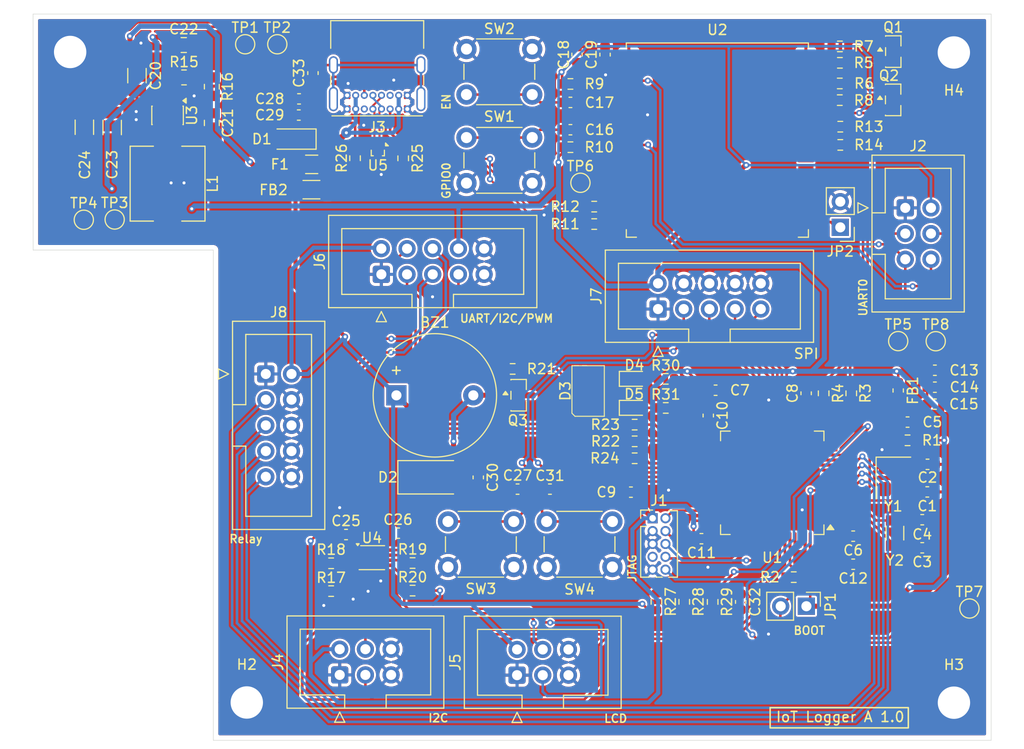
<source format=kicad_pcb>
(kicad_pcb (version 20241229) (generator "pcbnew") (generator_version "9.0")
  (title_block (title "IoT Logger A") (date "2026-01-24") (rev "1.0") (company "Piotr Kłyś"))
  (layers (0 "F.Cu" signal) (2 "B.Cu" signal) (13 "F.Paste" user) (15 "B.Paste" user) (5 "F.SilkS" user "F.Silkscreen") (7 "B.SilkS" user "B.Silkscreen") (1 "F.Mask" user) (3 "B.Mask" user) (25 "Edge.Cuts" user))
  (net 0 "")
  (net 1 "+3.3V")
  (net 2 "GND")
  (net 3 "Net-(BZ1--)")
  (net 4 "PH0")
  (net 5 "PH1")
  (net 6 "GPIOC14")
  (net 7 "GPIOC15")
  (net 8 "NRST")
  (net 9 "Net-(U1-VCAP1)")
  (net 10 "Net-(U1-VDDA)")
  (net 11 "GPIO0")
  (net 12 "EN")
  (net 13 "+5V")
  (net 14 "Net-(U3-SW)")
  (net 15 "Net-(U3-BST)")
  (net 16 "Net-(U3-FB)")
  (net 17 "Net-(C23-Pad2)")
  (net 18 "Net-(J3-SHIELD)")
  (net 19 "Net-(D3-VDD)")
  (net 20 "Net-(D3-DI)")
  (net 21 "GPIO11")
  (net 22 "Net-(D3-DO)")
  (net 23 "GPIO10")
  (net 24 "GPIOC0")
  (net 25 "USB_VBUS")
  (net 26 "Net-(D4-A)")
  (net 27 "GPIOC1")
  (net 28 "Net-(D5-A)")
  (net 29 "GPIO18")
  (net 30 "GPIO19")
  (net 33 "Net-(R27-Pad2)")
  (net 34 "SPI1_CS2")
  (net 35 "SPI1_CS1")
  (net 36 "Net-(F1-Pad1)")
  (net 37 "JTAG_SWDIO")
  (net 38 "JTAG_SWO")
  (net 39 "JTAG_SWCLK")
  (net 40 "USB_CC1")
  (net 41 "USB_CC2")
  (net 42 "I2C1_SDA")
  (net 43 "I2C1_SCL")
  (net 44 "I2C_SCL_5V")
  (net 45 "I2C_SDA_5V")
  (net 46 "USART1_RX")
  (net 47 "TIM1_CH1")
  (net 48 "USART1_TX")
  (net 49 "SPI1_MOSI")
  (net 50 "SPI1_SCK")
  (net 51 "SPI1_MISO")
  (net 52 "Net-(JP2-A)")
  (net 54 "BOOT0")
  (net 55 "Net-(U2-GPIO13{slash}USB_D+)")
  (net 56 "USB_D+")
  (net 57 "USB_D-")
  (net 58 "Net-(U2-GPIO12{slash}USB_D-)")
  (net 59 "TIM3_CH1")
  (net 60 "TIM3_CH2")
  (net 61 "TIM3_CH3")
  (net 62 "TIM3_CH4")
  (net 63 "GPIOB14")
  (net 64 "GPIOB15")
  (net 65 "GPIOC2")
  (net 66 "TIM4_CH3")
  (net 67 "ADC1_1")
  (net 68 "GPIOD02")
  (net 69 "USART2_RX")
  (net 70 "GPIOB0")
  (net 71 "GPIOB12")
  (net 72 "JTAG_JTRST")
  (net 73 "GPIOC11")
  (net 74 "I2C2_SDA")
  (net 75 "GPIOC3")
  (net 76 "JTAG_JTDI")
  (net 77 "I2C2_SCL")
  (net 78 "GPIOC4")
  (net 79 "ADC1_0")
  (net 80 "USART2_TX")
  (net 81 "GPIOC10")
  (net 82 "GPIOC13")
  (net 83 "TIM1_CH4")
  (net 84 "GPIOB13")
  (net 85 "GPIOC12")
  (net 86 "GPIOB1")
  (net 87 "GPIOC5")
  (net 88 "GPIOB2")
  (net 90 "MTMS")
  (net 91 "MTDO")
  (net 92 "GPIO23")
  (net 94 "MTDI")
  (net 95 "GPIO15")
  (net 96 "GPIO22")
  (net 97 "MTCK")
  (net 98 "U0RXD")
  (net 99 "U0TXD")
  (net 100 "GPIO8")
  (net 101 "Net-(Q1-G)")
  (net 102 "Net-(Q2-G)")
  (net 103 "Net-(Q3-B)")
  (net 104 "Net-(U1-PA2)")
  (net 105 "Net-(U1-PA3)")
  (net 106 "STM32_RST_OD")
  (net 107 "STM32_BOOT0_EN_N")
  (net 108 "Net-(U2-U0TXD{slash}GPIO16)")
  (net 109 "Net-(U2-U0RXD{slash}GPIO17)")
  (net 112 "GPIOB5")
  (footprint "Crystal:Crystal_SMD_3215-2Pin_3.2x1.5mm" (layer "F.Cu") (at 146.675 113.75 -90)
    (property "Reference" "Y2")
    (property "Value" "32.768K-CFPX217")
  )
  (footprint "Capacitor_SMD:C_0603_1608Metric" (layer "F.Cu") (at 114.6 73.875)
    (property "Reference" "C16")
    (property "Value" "100nF")
  )
  (footprint "Capacitor_SMD:C_0603_1608Metric" (layer "F.Cu") (at 149.375 115.2 180)
    (property "Reference" "C3")
    (property "Value" "22pF")
  )
  (footprint "PCM_Espressif:ESP32-C6-WROOM-1U" (layer "F.Cu") (at 129.125 74.75)
    (property "Reference" "U2")
    (property "Value" "ESP32-C6-WROOM-1U")
  )
  (footprint "Package_QFP:LQFP-64_10x10mm_P0.5mm" (layer "F.Cu") (at 134.55 108.775 180)
    (property "Reference" "U1")
    (property "Value" "STM32F411RCTx")
  )
  (footprint "Resistor_SMD:R_0805_2012Metric" (layer "F.Cu") (at 76.405 68.705)
    (property "Reference" "R15")
    (property "Value" "182kR")
  )
  (footprint "Capacitor_SMD:C_0603_1608Metric" (layer "F.Cu") (at 150.625 97.65)
    (property "Reference" "C13")
    (property "Value" "1nF")
  )
  (footprint "Capacitor_SMD:C_0603_1608Metric" (layer "F.Cu") (at 142.55 116.825)
    (property "Reference" "C12")
    (property "Value" "100nF")
  )
  (footprint "Resistor_SMD:R_0603_1608Metric" (layer "F.Cu") (at 124.025 101.375)
    (property "Reference" "R31")
    (property "Value" "1kR")
  )
  (footprint "Capacitor_SMD:C_0603_1608Metric" (layer "F.Cu") (at 118.025 66.45 90)
    (property "Reference" "C19")
    (property "Value" "100nF")
  )
  (footprint "TestPoint:TestPoint_Pad_D1.5mm" (layer "F.Cu") (at 82.45 65.425)
    (property "Reference" "TP1")
    (property "Value" "+5V")
  )
  (footprint "Resistor_SMD:R_0603_1608Metric" (layer "F.Cu") (at 114.6 75.6 180)
    (property "Reference" "R10")
    (property "Value" "10k")
  )
  (footprint "Capacitor_SMD:C_0603_1608Metric" (layer "F.Cu") (at 149.375 112.425 180)
    (property "Reference" "C4")
    (property "Value" "22pF")
  )
  (footprint "Resistor_SMD:R_0603_1608Metric" (layer "F.Cu") (at 98.9975 116.705 180)
    (property "Reference" "R19")
    (property "Value" "4K7")
  )
  (footprint "Capacitor_SMD:C_0603_1608Metric" (layer "F.Cu") (at 127.55 114.3)
    (property "Reference" "C11")
    (property "Value" "100nF")
  )
  (footprint "Resistor_SMD:R_0603_1608Metric" (layer "F.Cu") (at 93.31 76.69 90)
    (property "Reference" "R26")
    (property "Value" "5K1")
  )
  (footprint "Connector_IDC:IDC-Header_2x03_P2.54mm_Vertical" (layer "F.Cu") (at 109.325 127.79 90)
    (property "Reference" "J5")
    (property "Value" "LCD 16x2")
  )
  (footprint "TestPoint:TestPoint_Pad_D1.5mm" (layer "F.Cu") (at 150.71 94.78)
    (property "Reference" "TP8")
    (property "Value" "BOOT0")
  )
  (footprint "Capacitor_SMD:C_0603_1608Metric" (layer "F.Cu") (at 92.42 113.89)
    (property "Reference" "C25")
    (property "Value" "100nF")
  )
  (footprint "Resistor_SMD:R_0603_1608Metric" (layer "F.Cu") (at 141.2375 67.2625 180)
    (property "Reference" "R5")
    (property "Value" "1k")
  )
  (footprint "LED_SMD:LED_0603_1608Metric" (layer "F.Cu") (at 120.9225 101.365)
    (property "Reference" "D5")
    (property "Value" "LED")
  )
  (footprint "Connector_IDC:IDC-Header_2x05_P2.54mm_Vertical" (layer "F.Cu") (at 123.26 91.6 90)
    (property "Reference" "J7")
    (property "Value" "SPI")
  )
  (footprint "Resistor_SMD:R_0603_1608Metric" (layer "F.Cu") (at 116.95 81.475)
    (property "Reference" "R12")
    (property "Value" "22R")
  )
  (footprint "Capacitor_SMD:C_0603_1608Metric" (layer "F.Cu") (at 87.75 72.425)
    (property "Reference" "C29")
    (property "Value" "100nF")
  )
  (footprint "Capacitor_SMD:C_0603_1608Metric" (layer "F.Cu") (at 147.925 102.775 180)
    (property "Reference" "C5")
    (property "Value" "100nF")
  )
  (footprint "TestPoint:TestPoint_Pad_D1.5mm" (layer "F.Cu") (at 85.625 65.425)
    (property "Reference" "TP2")
    (property "Value" "GND")
  )
  (footprint "Resistor_SMD:R_0603_1608Metric" (layer "F.Cu") (at 124.025 98.5)
    (property "Reference" "R30")
    (property "Value" "1kR")
  )
  (footprint "Capacitor_SMD:C_0603_1608Metric" (layer "F.Cu") (at 149.9 106.95 180)
    (property "Reference" "C2")
    (property "Value" "12pF")
  )
  (footprint "Package_TO_SOT_SMD:Texas_DRT-3" (layer "F.Cu") (at 95.5625 75.8975 180)
    (property "Reference" "U5")
    (property "Value" "TPD2EUSB30")
  )
  (footprint "Capacitor_SMD:C_0603_1608Metric" (layer "F.Cu") (at 142.55 114.05)
    (property "Reference" "C6")
    (property "Value" "100nF")
  )
  (footprint "Resistor_SMD:R_0603_1608Metric" (layer "F.Cu") (at 141.275 75.375 180)
    (property "Reference" "R14")
    (property "Value" "100R")
  )
  (footprint "Resistor_SMD:R_0805_2012Metric" (layer "F.Cu") (at 79.155 69.6175 -90)
    (property "Reference" "R16")
    (property "Value" "62kR")
  )
  (footprint "MountingHole:MountingHole_3.2mm_M3_DIN965_Pad" (layer "F.Cu") (at 152.5 66.24 180)
    (property "Reference" "H4")
    (property "Value" "MountingHole_Pad")
  )
  (footprint "Capacitor_SMD:C_0805_2012Metric" (layer "F.Cu") (at 79.155 73.205 90)
    (property "Reference" "C21")
    (property "Value" "100nF")
  )
  (footprint "Capacitor_SMD:C_0603_1608Metric" (layer "F.Cu") (at 87.775 70.825)
    (property "Reference" "C28")
    (property "Value" "10uF")
  )
  (footprint "Buzzer_Beeper:Buzzer_12x9.5RM7.6" (layer "F.Cu") (at 97.4 100.13)
    (property "Reference" "BZ1")
    (property "Value" "Buzzer 5V 12mm")
  )
  (footprint "Package_SO:VSSOP-8_2.3x2mm_P0.5mm" (layer "F.Cu") (at 94.9725 116.175)
    (property "Reference" "U4")
    (property "Value" "PCA9306DCUR")
  )
  (footprint "Resistor_SMD:R_0603_1608Metric" (layer "F.Cu") (at 147.925 104.575)
    (property "Reference" "R1")
    (property "Value" "10k")
  )
  (footprint "LED_SMD:LED_Avago_PLCC4_3.2x2.8mm_CW" (layer "F.Cu") (at 116.35 99.7 90)
    (property "Reference" "D3")
    (property "Value" "OSTBPCS2C2B")
  )
  (footprint "Connector_IDC:IDC-Header_2x05_P2.54mm_Vertical" (layer "F.Cu") (at 95.91 88.17 90)
    (property "Reference" "J6")
    (property "Value" "Additional")
  )
  (footprint "MountingHole:MountingHole_3.2mm_M3_DIN965_Pad" (layer "F.Cu") (at 152.51 130.51)
    (property "Reference" "H3")
    (property "Value" "MountingHole_Pad")
  )
  (footprint "Connector_IDC:IDC-Header_2x05_P2.54mm_Vertical" (layer "F.Cu") (at 84.49 98.02)
    (property "Reference" "J8")
    (property "Value" "Relay")
  )
  (footprint "Resistor_SMD:R_0603_1608Metric" (layer "F.Cu") (at 136.675 118.1 180)
    (property "Reference" "R2")
    (property "Value" "10k")
  )
  (footprint "Package_TO_SOT_SMD:SOT-23" (layer "F.Cu") (at 109.48 100.12)
    (property "Reference" "Q3")
    (property "Value" "BC817-40-DIO")
  )
  (footprint "Resistor_SMD:R_0603_1608Metric" (layer "F.Cu") (at 116.95 83.2)
    (property "Reference" "R11")
    (property "Value" "22R")
  )
  (footprint "Capacitor_SMD:C_0603_1608Metric" (layer "F.Cu") (at 109.375 109.4 180)
    (property "Reference" "C27")
    (property "Value" "100nF")
  )
  (footprint "Resistor_SMD:R_0603_1608Metric" (layer "F.Cu") (at 98.9975 119.43)
    (property "Reference" "R20")
    (property "Value" "4K7")
  )
  (footprint "Inductor_SMD:L_0603_1608Metric" (layer "F.Cu") (at 147 99.65 -90)
    (property "Reference" "FB1")
    (property "Value" "CBM03YTAG601-1")
  )
  (footprint "Diode_SMD:D_SOD-123F" (layer "F.Cu") (at 87.25 74.8 180)
    (property "Reference" "D1")
    (property "Value" "SMF5.0A")
  )
  (footprint "Resistor_SMD:R_0603_1608Metric" (layer "F.Cu") (at 142.36 99.93 -90)
    (property "Reference" "R3")
    (property "Value" "0R")
  )
  (footprint "Resistor_SMD:R_0603_1608Metric" (layer "F.Cu") (at 125.85 120.54 -90)
    (property "Reference" "R28")
    (property "Value" "68k")
  )
  (footprint "Capacitor_SMD:C_0603_1608Metric" (layer "F.Cu") (at 105.49 108.24 -90)
    (property "Reference" "C30")
    (property "Value" "100nF")
  )
  (footprint "MountingHole:MountingHole_3.2mm_M3_DIN965_Pad" (layer "F.Cu") (at 82.61 130.49)
    (property "Reference" "H2")
    (property "Value" "MountingHole_Pad")
  )
  (footprint "Capacitor_SMD:C_0603_1608Metric" (layer "F.Cu") (at 114.6 71.175)
    (property "Reference" "C17")
    (property "Value" "100nF")
  )
  (footprint "Resistor_SMD:R_0603_1608Metric" (layer "F.Cu") (at 120.95 104.675)
    (property "Reference" "R22")
    (property "Value" "220R")
  )
  (footprint "Resistor_SMD:R_0603_1608Metric" (layer "F.Cu") (at 98.07 76.7 90)
    (property "Reference" "R25")
    (property "Value" "5K1")
  )
  (footprint "TestPoint:TestPoint_Pad_D1.5mm" (layer "F.Cu") (at 147 94.77)
    (property "Reference" "TP5")
    (property "Value" "EN")
  )
  (footprint "Diode_SMD:D_SMA" (layer "F.Cu") (at 101.05 108.23)
    (property "Reference" "D2")
    (property "Value" "M7-DIO")
  )
  (footprint "Button_Switch_THT:SW_PUSH_6mm" (layer "F.Cu") (at 104.325 65.9)
    (property "Reference" "SW2")
    (property "Value" "Tact Switch 6x6mm / 13mm")
  )
  (footprint "Capacitor_SMD:C_0603_1608Metric" (layer "F.Cu") (at 112.575 109.4)
    (property "Reference" "C31")
    (property "Value" "100nF")
  )
  (footprint "TestPoint:TestPoint_Pad_D1.5mm" (layer "F.Cu") (at 154.04 121.2)
    (property "Reference" "TP7")
    (property "Value" "NRST")
  )
  (footprint "Package_TO_SOT_SMD:SOT-23" (layer "F.Cu") (at 146.5 70.925)
    (property "Reference" "Q2")
    (property "Value" "AO3407")
  )
  (footprint "Resistor_SMD:R_0603_1608Metric" (layer "F.Cu") (at 123.1 120.54 90)
    (property "Reference" "R27")
    (property "Value" "200k")
  )
  (footprint "Button_Switch_THT:SW_PUSH_6mm" (layer "F.Cu") (at 118.75 117.1 180)
    (property "Reference" "SW4")
    (property "Value" "Tact Switch 6x6mm / 13mm")
  )
  (footprint "Capacitor_SMD:C_0603_1608Metric" (layer "F.Cu") (at 128.95 99.625)
    (property "Reference" "C7")
    (property "Value" "2.2uF")
  )
  (footprint "Capacitor_SMD:C_0603_1608Metric" (layer "F.Cu") (at 149.875 109.675 180)
    (property "Reference" "C1")
    (property "Value" "12pF")
  )
  (footprint "Capacitor_SMD:C_0603_1608Metric" (layer "F.Cu") (at 89.15 68.275 -90)
    (property "Reference" "C33")
    (property "Value" "1nF")
  )
  (footprint "Capacitor_SMD:C_0603_1608Metric" (layer "F.Cu") (at 128.225 102.125 -90)
    (property "Reference" "C10")
    (property "Value" "100nF")
  )
  (footprint "Capacitor_SMD:C_0603_1608Metric" (layer "F.Cu") (at 97.5725 113.755 180)
    (property "Reference" "C26")
    (property "Value" "100nF")
  )
  (footprint "Connector_USB:USB_C_Receptacle_GCT_USB4085" (layer "F.Cu") (at 98.475 71.825 180)
    (property "Reference" "J3")
    (property "Value" "USB-C")
  )
  (footprint "Capacitor_SMD:C_0603_1608Metric" (layer "F.Cu") (at 150.625 99.325)
    (property "Reference" "C14")
    (property "Value" "100nF")
  )
  (footprint "Resistor_SMD:R_0603_1608Metric" (layer "F.Cu") (at 128.66 120.55 90)
    (property "Reference" "R29")
    (property "Value" "0R")
  )
  (footprint "Button_Switch_THT:SW_PUSH_6mm" (layer "F.Cu") (at 109 117.1 180)
    (property "Reference" "SW3")
    (property "Value" "Tact Switch 6x6mm / 13mm")
  )
  (footprint "TestPoint:TestPoint_Pad_D1.5mm" (layer "F.Cu") (at 66.5 82.775)
    (property "Reference" "TP4")
    (property "Value" "GND")
  )
  (footprint "Capacitor_SMD:C_0603_1608Metric" (layer "F.Cu") (at 115.25 66.45 90)
    (property "Reference" "C18")
    (property "Value" "22uF")
  )
  (footprint "Resistor_SMD:R_0603_1608Metric" (layer "F.Cu") (at 141.225 70.95)
    (property "Reference" "R8")
    (property "Value" "100k")
  )
  (footprint "Capacitor_SMD:C_0603_1608Metric" (layer "F.Cu") (at 137.9 99.925 90)
    (property "Reference" "C8")
    (property "Value" "100nF")
  )
  (footprint "Button_Switch_THT:SW_PUSH_6mm" (layer "F.Cu") (at 110.825 79.15 180)
    (property "Reference" "SW1")
    (property "Value" "Tact Switch 6x6mm / 13mm")
  )
  (footprint "Capacitor_SMD:C_1206_3216Metric" (layer "F.Cu") (at 69.305 73.655 90)
    (property "Reference" "C23")
    (property "Value" "22uF")
  )
  (footprint "Resistor_SMD:R_0603_1608Metric" (layer "F.Cu") (at 90.9475 119.48)
    (property "Reference" "R17")
    (property "Value" "0")
  )
  (footprint "Capacitor_SMD:C_0603_1608Metric" (layer "F.Cu") (at 150.625 101)
    (property "Reference" "C15")
    (property "Value" "1uF")
  )
  (footprint "Capacitor_SMD:C_1206_3216Metric" (layer "F.Cu") (at 71.755 68.53 -90)
    (property "Reference" "C20")
    (property "Value" "10uF")
  )
  (footprint "Resistor_SMD:R_0603_1608Metric" (layer "F.Cu") (at 108.89 97.52)
    (property "Reference" "R21")
    (property "Value" "1K")
  )
  (footprint "Connector_PinHeader_2.54mm:PinHeader_1x02_P2.54mm_Vertical" (layer "F.Cu") (at 137.925 120.975 -90)
    (property "Reference" "JP1")
    (property "Value" "Jumper_2_Bridged")
  )
  (footprint "Resistor_SMD:R_0603_1608Metric" (layer "F.Cu") (at 141.275 73.575 180)
    (property "Reference" "R13")
    (property "Value" "100R")
  )
  (footprint "Connector_IDC:IDC-Header_2x03_P2.54mm_Vertical" (layer "F.Cu") (at 91.795 127.765 90)
    (property "Reference" "J4")
    (property "Value" "Sensor")
  )
  (footprint "Crystal:Crystal_SMD_3225-4Pin_3.2x2.5mm" (layer "F.Cu") (at 146.525 108.3 -90)
    (property "Reference" "Y1")
    (property "Value" "3225-25M-SR")
  )
  (footprint "Inductor_SMD:L_1206_3216Metric" (layer "F.Cu") (at 89 79.8)
    (property "Reference" "FB2")
    (property "Value" "CBM04YTAG601")
  )
  (footprint "Inductor_SMD:L_7.3x7.3_H3.5" (layer "F.Cu") (at 74.78 79.205 -90)
    (property "Reference" "L1")
    (property "Value" "DR73-6R8-R")
  )
  (footprint "Package_TO_SOT_SMD:SOT-23" (layer "F.Cu") (at 146.5125 66.15)
    (property "Reference" "Q1")
    (property "Value" "BSS138")
  )
  (footprint "TestPoint:TestPoint_Pad_D1.5mm" (layer "F.Cu") (at 69.55 82.75)
    (property "Reference" "TP3")
    (property "Value" "+3.3V")
  )
  (footprint "LED_SMD:LED_0603_1608Metric" (layer "F.Cu") (at 120.9225 98.5)
    (property "Reference" "D4")
    (property "Value" "LED")
  )
  (footprint "Connector_PinHeader_2.54mm:PinHeader_1x02_P2.54mm_Vertical" (layer "F.Cu") (at 141.275 83.525 180)
    (property "Reference" "JP2")
    (property "Value" "Jumper_2_Bridged")
  )
  (footprint "Resistor_SMD:R_0603_1608Metric" (layer "F.Cu") (at 139.63 99.93 -90)
    (property "Reference" "R4")
    (property "Value" "0R")
  )
  (footprint "Resistor_SMD:R_0603_1608Metric" (layer "F.Cu") (at 120.95 106.35)
    (property "Reference" "R24")
    (property "Value" "220R")
  )
  (footprint "MountingHole:MountingHole_3.2mm_M3_DIN965_Pad" (layer "F.Cu") (at 65.15 66.19)
    (property "Reference" "H1" (hide yes))
    (property "Value" "MountingHole_Pad")
  )
  (footprint "Resistor_SMD:R_0603_1608Metric" (layer "F.Cu") (at 90.9475 116.73)
    (property "Reference" "R18")
    (property "Value" "0")
  )
  (footprint "Capacitor_SMD:C_0805_2012Metric" (layer "F.Cu") (at 76.38 65.505)
    (property "Reference" "C22")
    (property "Value" "100pF")
  )
  (footprint "Fuse:Fuse_1206_3216Metric" (layer "F.Cu") (at 89.025 77.3 180)
    (property "Reference" "F1")
    (property "Value" "1A")
  )
  (footprint "TestPoint:TestPoint_Pad_D1.5mm" (layer "F.Cu") (at 115.59 79.12)
    (property "Reference" "TP6")
    (property "Value" "GPIO0")
  )
  (footprint "Capacitor_SMD:C_1206_3216Metric" (layer "F.Cu") (at 66.555 73.63 -90)
    (property "Reference" "C24")
    (property "Value" "22uF")
  )
  (footprint "Capacitor_SMD:C_0603_1608Metric" (layer "F.Cu") (at 120.58 109.7 180)
    (property "Reference" "C9")
    (property "Value" "22uF")
  )
  (footprint "Resistor_SMD:R_0603_1608Metric" (layer "F.Cu") (at 120.95 103.025)
    (property "Reference" "R23")
    (property "Value" "220R")
  )
  (footprint "Resistor_SMD:R_0603_1608Metric" (layer "F.Cu") (at 114.6 69.35 180)
    (property "Reference" "R9")
    (property "Value" "10k")
  )
  (footprint "Connector_IDC:IDC-Header_2x03_P2.54mm_Vertical" (layer "F.Cu") (at 147.7 81.6)
    (property "Reference" "J2")
    (property "Value" "ESP_UART")
  )
  (footprint "Resistor_SMD:R_0603_1608Metric" (layer "F.Cu") (at 141.225 69.3 180)
    (property "Reference" "R6")
    (property "Value" "1k")
  )
  (footprint "Package_TO_SOT_SMD:TSOT-23-6" (layer "F.Cu") (at 74.78 72.455 -90)
    (property "Reference" "U3")
    (property "Value" "AP63200WU")
  )
  (footprint "Capacitor_SMD:C_0603_1608Metric" (layer "F.Cu") (at 131.43 120.55 90)
    (property "Reference" "C32")
    (property "Value" "100nF")
  )
  (footprint "Connector_PinHeader_1.27mm:PinHeader_2x05_P1.27mm_Vertical" (layer "F.Cu") (at 122.725 112.28)
    (property "Reference" "J1")
    (property "Value" "JTAG")
  )
  (footprint "Resistor_SMD:R_0603_1608Metric" (layer "F.Cu") (at 141.2375 65.6375)
    (property "Reference" "R7")
    (property "Value" "100k")
  )
  (gr_rect (start 134.34 131) (end 148 133) (stroke (width 0.15)) (fill no) (layer "F.SilkS"))
  (gr_line (start 61.485 62.44) (end 156.185 62.44) (stroke (width 0.05)) (layer "Edge.Cuts"))
  (gr_line (start 156.185 62.44) (end 156.185 134.23) (stroke (width 0.05)) (layer "Edge.Cuts"))
  (gr_line (start 79.3 85.77) (end 61.49 85.77) (stroke (width 0.05)) (layer "Edge.Cuts"))
  (gr_line (start 156.185 134.23) (end 79.3 134.23) (stroke (width 0.05)) (layer "Edge.Cuts"))
  (gr_line (start 61.49 85.77) (end 61.485 62.44) (stroke (width 0.05)) (layer "Edge.Cuts"))
  (gr_line (start 79.3 134.23) (end 79.3 85.77) (stroke (width 0.05)) (layer "Edge.Cuts"))
  (gr_text "I2C" (at 100.475 132.5 0) (layer "F.SilkS") (effects (font (size 0.8 0.8)) (justify left bottom)))
  (gr_text "Relay" (at 80.8 114.8 0) (layer "F.SilkS") (effects (font (size 0.8 0.8)) (justify left bottom)))
  (gr_text "EN" (at 102.8 72 90) (layer "F.SilkS") (effects (font (size 0.8 0.8)) (justify left bottom)))
  (gr_text "GPIO0" (at 102.8 80.8 90) (layer "F.SilkS") (effects (font (size 0.8 0.8)) (justify left bottom)))
  (gr_text "JTAG" (at 121.175 118.675 90) (layer "F.SilkS") (effects (font (size 0.8 0.8)) (justify left bottom)))
  (gr_text "UART0" (at 144 92.4 90) (layer "F.SilkS") (effects (font (size 0.8 0.8)) (justify left bottom)))
  (gr_text "SPI" (at 136.6 96.6 0) (layer "F.SilkS") (effects (font (size 1 1)) (justify left bottom)))
  (gr_text "LCD" (at 117.85 132.55 0) (layer "F.SilkS") (effects (font (size 0.8 0.8)) (justify left bottom)))
  (gr_text "BOOT" (at 136.575 123.85 0) (layer "F.SilkS") (effects (font (size 0.8 0.8)) (justify left bottom)))
  (gr_text "IoT Logger A 1.0" (at 134.84 132.5 0) (layer "F.SilkS") (effects (font (size 1 1)) (justify left bottom)))
  (gr_text "UART/I2C/PWM" (at 103.6 93 0) (layer "F.SilkS") (effects (font (size 0.8 0.8)) (justify left bottom)))
  (segment (start 113.425 76.575) (end 113.775 76.225) (width 0.25) (layer "F.Cu") (net 1))
  (segment (start 148.75 104.575) (end 151.55 104.575) (width 0.25) (layer "F.Cu") (net 1))
  (segment (start 131.975 77.375) (end 131.9 77.375) (width 0.5) (layer "F.Cu") (net 1))
  (segment (start 130.8 101.45) (end 130.475 101.125) (width 0.25) (layer "F.Cu") (net 1))
  (segment (start 118.56 67.76) (end 120.375 67.76) (width 0.25) (layer "F.Cu") (net 1))
  (segment (start 113.775 76.225) (end 113.775 75.6) (width 0.25) (layer "F.Cu") (net 1))
  (segment (start 135.97 98.02) (end 136.24 97.75) (width 0.25) (layer "F.Cu") (net 1))
  (segment (start 137.3 101.3) (end 137.9 100.7) (width 0.25) (layer "F.Cu") (net 1))
  (segment (start 138.625 116.725) (end 138.3 116.4) (width 0.25) (layer "F.Cu") (net 1))
  (segment (start 128.875 112.525) (end 126.925 112.525) (width 0.25) (layer "F.Cu") (net 1))
  (segment (start 118.025 67.225) (end 118.56 67.76) (width 0.25) (layer "F.Cu") (net 1))
  (segment (start 91.5125 113.89) (end 91.6475 113.755) (width 0.25) (layer "F.Cu") (net 1))
  (segment (start 74.805 65.505) (end 75.43 65.505) (width 0.5) (layer "F.Cu") (net 1))
  (segment (start 113.425 77.1) (end 113.425 76.575) (width 0.25) (layer "F.Cu") (net 1))
  (segment (start 126.775 112.675) (end 126.775 114.3) (width 0.25) (layer "F.Cu") (net 1))
  (segment (start 91.6475 115.855) (end 91.6475 113.755) (width 0.25) (layer "F.Cu") (net 1))
  (segment (start 145.525 71.9125) (end 145.2125 72.225) (width 0.25) (layer "F.Cu") (net 1))
  (segment (start 127.175 101.35) (end 128.225 101.35) (width 0.25) (layer "F.Cu") (net 1))
  (segment (start 137.9 100.7) (end 135.97 98.77) (width 0.25) (layer "F.Cu") (net 1))
  (segment (start 136.24 97.75) (end 136.575 97.75) (width 0.25) (layer "F.Cu") (net 1))
  (segment (start 138 100.8) (end 137.9 100.7) (width 0.25) (layer "F.Cu") (net 1))
  (segment (start 114.675 67.225) (end 115.25 67.225) (width 0.25) (layer "F.Cu") (net 1))
  (segment (start 137.925 120.975) (end 146.285 120.975) (width 0.5) (layer "F.Cu") (net 1))
  (segment (start 126.825 98.425) (end 126.825 101) (width 0.25) (layer "F.Cu") (net 1))
  (segment (start 138 100.825) (end 138 100.8) (width 0.25) (layer "F.Cu") (net 1))
  (segment (start 135.97 98.77) (end 135.97 98.02) (width 0.25) (layer "F.Cu") (net 1))
  (segment (start 141.775 116.825) (end 141.775 114.05) (width 0.25) (layer "F.Cu") (net 1))
  (segment (start 113.775 68.225) (end 113.775 69.35) (width 0.25) (layer "F.Cu") (net 1))
  (segment (start 121.475 111.03) (end 121.475 109.82) (width 0.5) (layer "F.Cu") (net 1))
  (segment (start 74.03 64.73) (end 74.805 65.505) (width 0.5) (layer "F.Cu") (net 1))
  (segment (start 122.725 112.28) (end 121.475 111.03) (width 0.5) (layer "F.Cu") (net 1))
  (segment (start 89.555 113.89) (end 91.5125 113.89) (width 0.25) (layer "F.Cu") (net 1))
  (segment (start 140.2 116.725) (end 138.625 116.725) (width 0.25) (layer "F.Cu") (net 1))
  (segment (start 138.3 120.6) (end 137.925 120.975) (width 0.25) (layer "F.Cu") (net 1))
  (segment (start 123.25 86.025) (end 123.25 89.32) (width 0.5) (layer "F.Cu") (net 1))
  (segment (start 141.625 112.525) (end 141.775 112.675) (width 0.25) (layer "F.Cu") (net 1))
  (segment (start 146.1625 71.9375) (end 146.125 71.975) (width 0.25) (layer "F.Cu") (net 1))
  (segment (start 130.475 101.125) (end 128.225 101.125) (width 0.25) (layer "F.Cu") (net 1))
  (segment (start 138.3 116.35) (end 138.3 114.45) (width 0.25) (layer "F.Cu") (net 1))
  (segment (start 93.5725 115.925) (end 91.7175 115.925) (width 0.25) (layer "F.Cu") (net 1))
  (segment (start 73.31 64.73) (end 74.03 64.73) (width 0.5) (layer "F.Cu") (net 1))
  (segment (start 113.725 68.175) (end 114.675 67.225) (width 0.25) (layer "F.Cu") (net 1))
  (segment (start 138.3 116.4) (end 138.3 116.35) (width 0.25) (layer "F.Cu") (net 1))
  (segment (start 130.8 103.1) (end 130.8 101.45) (width 0.25) (layer "F.Cu") (net 1))
  (segment (start 121.475 109.82) (end 121.355 109.7) (width 0.5) (layer "F.Cu") (net 1))
  (segment (start 91.7175 115.925) (end 91.6475 115.855) (width 0.25) (layer "F.Cu") (net 1))
  (segment (start 147 97.9) (end 146.85 97.75) (width 0.25) (layer "F.Cu") (net 1))
  (segment (start 88.925 114.52) (end 89.555 113.89) (width 0.25) (layer "F.Cu") (net 1))
  (segment (start 126.15 97.75) (end 126.825 98.425) (width 0.25) (layer "F.Cu") (net 1))
  (segment (start 90.1225 116.73) (end 90.1225 115.28) (width 0.25) (layer "F.Cu") (net 1))
  (segment (start 140.2 116.725) (end 141.675 116.725) (width 0.25) (layer "F.Cu") (net 1))
  (segment (start 137.3 103.1) (end 137.3 101.3) (width 0.25) (layer "F.Cu") (net 1))
  (segment (start 75.4925 65.5675) (end 75.4925 68.705) (width 0.5) (layer "F.Cu") (net 1))
  (segment (start 145.2125 72.225) (end 141.4625 72.225) (width 0.25) (layer "F.Cu") (net 1))
  (segment (start 126.925 112.525) (end 126.775 112.675) (width 0.25) (layer "F.Cu") (net 1))
  (segment (start 75.43 65.505) (end 75.4925 65.5675) (width 0.5) (layer "F.Cu") (net 1))
  (segment (start 138.3 116.35) (end 138.3 120.6) (width 0.25) (layer "F.Cu") (net 1))
  (segment (start 90.1225 116.73) (end 90.1225 119.48) (width 0.25) (layer "F.Cu") (net 1))
  (segment (start 90.1225 115.28) (end 91.6475 113.755) (width 0.25) (layer "F.Cu") (net 1))
  (segment (start 146.285 120.975) (end 148.15 119.11) (width 0.5) (layer "F.Cu") (net 1))
  (segment (start 147 98.8625) (end 147 97.9) (width 0.25) (layer "F.Cu") (net 1))
  (segment (start 113.725 68.175) (end 113.775 68.225) (width 0.25) (layer "F.Cu") (net 1))
  (segment (start 131.9 77.375) (end 123.25 86.025) (width 0.5) (layer "F.Cu") (net 1))
  (segment (start 126.825 101) (end 127.175 101.35) (width 0.25) (layer "F.Cu") (net 1))
  (segment (start 115.25 67.225) (end 118.025 67.225) (width 0.25) (layer "F.Cu") (net 1))
  (segment (start 140.225 112.525) (end 141.625 112.525) (width 0.25) (layer "F.Cu") (net 1))
  (segment (start 141.675 116.725) (end 141.775 116.825) (width 0.25) (layer "F.Cu") (net 1))
  (segment (start 141.775 112.675) (end 141.775 114.05) (width 0.25) (layer "F.Cu") (net 1))
  (segment (start 141.4625 72.225) (end 140.25 71.0125) (width 0.25) (layer "F.Cu") (net 1))
  (via (at 143.15 72.225) (size 0.6) (drill 0.3) (layers "F.Cu" "B.Cu") (net 1))
  (via (at 77.17 81.69) (size 0.6) (drill 0.3) (layers "F.Cu" "B.Cu") (net 1))
  (via (at 126.775 113.075) (size 0.6) (drill 0.3) (layers "F.Cu" "B.Cu") (net 1))
  (via (at 126.15 97.75) (size 0.6) (drill 0.3) (layers "F.Cu" "B.Cu") (net 1))
  (via (at 131.975 77.375) (size 0.6) (drill 0.3) (layers "F.Cu" "B.Cu") (net 1))
  (via (at 136.575 97.75) (size 0.6) (drill 0.3) (layers "F.Cu" "B.Cu") (net 1))
  (via (at 73.31 64.73) (size 0.6) (drill 0.3) (layers "F.Cu" "B.Cu") (net 1))
  (via (at 69.275 79.7) (size 0.6) (drill 0.3) (layers "F.Cu" "B.Cu") (net 1))
  (via (at 113.425 77.1) (size 0.6) (drill 0.3) (layers "F.Cu" "B.Cu") (net 1))
  (via (at 146.85 97.75) (size 0.6) (drill 0.3) (layers "F.Cu" "B.Cu") (net 1))
  (via (at 113.725 68.175) (size 0.6) (drill 0.3) (layers "F.Cu" "B.Cu") (net 1))
  (via (at 151.55 104.575) (size 0.6) (drill 0.3) (layers "F.Cu" "B.Cu") (net 1))
  (via (at 148.15 119.11) (size 0.6) (drill 0.3) (layers "F.Cu" "B.Cu") (net 1))
  (via (at 88.925 114.52) (size 0.6) (drill 0.3) (layers "F.Cu" "B.Cu") (net 1))
  (segment (start 126 111.1) (end 126.775 111.875) (width 0.5) (layer "B.Cu") (net 1))
  (segment (start 118.095 89.32) (end 113.425 84.65) (width 0.5) (layer "B.Cu") (net 1))
  (segment (start 139.7 89.77) (end 137.28 87.35) (width 0.5) (layer "B.Cu") (net 1))
  (segment (start 73.31 64.87) (end 73.31 64.73) (width 0.5) (layer "B.Cu") (net 1))
  (segment (start 90.175 125.225) (end 91.795 125.225) (width 0.4) (layer "B.Cu") (net 1))
  (segment (start 88.925 114.52) (end 88.925 126.475) (width 0.4) (layer "B.Cu") (net 1))
  (segment (start 143.15 72.1875) (end 144.225 71.1125) (width 0.25) (layer "B.Cu") (net 1))
  (segment (start 88.925 127.785) (end 88.925 126.475) (width 0.4) (layer "B.Cu") (net 1))
  (segment (start 151.55 118.15) (end 151.55 104.575) (width 0.5) (layer "B.Cu") (net 1))
  (segment (start 90.5 81.41) (end 103.7 81.41) (width 0.5) (layer "B.Cu") (net 1))
  (segment (start 146.85 97.75) (end 139.58 97.75) (width 0.5) (layer "B.Cu") (net 1))
  (segment (start 126.15 97.75) (end 124.45 97.75) (width 0.5) (layer "B.Cu") (net 1))
  (segment (start 111.62 81.41) (end 113.425 79.605) (width 0.5) (layer "B.Cu") (net 1))
  (segment (start 113.425 77.1) (end 113.425 79.605) (width 0.5) (layer "B.Cu") (net 1))
  (segment (start 124.45 97.75) (end 124.4 97.8) (width 0.5) (layer "B.Cu") (net 1))
  (segment (start 126.775 111.875) (end 126.775 113.075) (width 0.5) (layer "B.Cu") (net 1))
  (segment (start 144.225 66.775) (end 143.075 65.625) (width 0.25) (layer "B.Cu") (net 1))
  (segment (start 77.45 81.41) (end 90.5 81.41) (width 0.5) (layer "B.Cu") (net 1))
  (segment (start 146.85 97.75) (end 147.15 97.75) (width 0.5) (layer "B.Cu") (net 1))
  (segment (start 88.925 126.475) (end 90.175 125.225) (width 0.4) (layer "B.Cu") (net 1))
  (segment (start 123.25 89.32) (end 118.095 89.32) (width 0.5) (layer "B.Cu") (net 1))
  (segment (start 103.53 81.58) (end 103.7 81.41) (width 0.4) (layer "B.Cu") (net 1))
  (segment (start 138.44 97.75) (end 139.7 96.49) (width 0.5) (layer "B.Cu") (net 1))
  (segment (start 68.805 79.23) (end 68.805 73.18) (width 0.5) (layer "B.Cu") (net 1))
  (segment (start 149.1 77.375) (end 131.975 77.375) (width 0.25) (layer "B.Cu") (net 1))
  (segment (start 122.725 112.28) (end 122.725 110.9) (width 0.5) (layer "B.Cu") (net 1))
  (segment (start 124.4 97.8) (end 122.725 99.475) (width 0.5) (layer "B.Cu") (net 1))
  (segment (start 123.275 120.4) (end 123.275 129.55) (width 0.4) (layer "B.Cu") (net 1))
  (segment (start 113.425 84.65) (end 113.425 79.605) (width 0.5) (layer "B.Cu") (net 1))
  (segment (start 151.55 102.15) (end 151.55 104.575) (width 0.5) (layer "B.Cu") (net 1))
  (segment (start 148.15 119.11) (end 150.59 119.11) (width 0.5) (layer "B.Cu") (net 1))
  (segment (start 121.82 112.28) (end 120.725 113.375) (width 0.4) (layer "B.Cu") (net 1))
  (segment (start 143.075 65.625) (end 116.275 65.625) (width 0.25) (layer "B.Cu") (net 1))
  (segment (start 123.275 129.55) (end 122.345 130.48) (width 0.4) (layer "B.Cu") (net 1))
  (segment (start 137.28 87.35) (end 123.86 87.35) (width 0.5) (layer "B.Cu") (net 1))
  (segment (start 130.25 75.65) (end 130.25 65.625) (width 0.25) (layer "B.Cu") (net 1))
  (segment (start 123.86 87.35) (end 123.25 87.96) (width 0.5) (layer "B.Cu") (net 1))
  (segment (start 139.58 97.75) (end 136.575 97.75) (width 0.5) (layer "B.Cu") (net 1))
  (segment (start 116.275 65.625) (end 113.725 68.175) (width 0.25) (layer "B.Cu") (net 1))
  (segment (start 122.725 99.475) (end 122.725 110.9) (width 0.5) (layer "B.Cu") (net 1))
  (segment (start 120.725 113.375) (end 120.725 117.85) (width 0.4) (layer "B.Cu") (net 1))
  (segment (start 150.24 78.515) (end 149.1 77.375) (width 0.25) (layer "B.Cu") (net 1))
  (segment (start 73.73 65.29) (end 73.31 64.87) (width 0.5) (layer "B.Cu") (net 1))
  (segment (start 144.225 71.1125) (end 144.225 66.775) (width 0.25) (layer "B.Cu") (net 1))
  (segment (start 122.345 130.48) (end 91.62 130.48) (width 0.4) (layer "B.Cu") (net 1))
  (segment (start 77.17 81.69) (end 77.45 81.41) (width 0.5) (layer "B.Cu") (net 1))
  (segment (start 143.15 72.225) (end 143.15 72.1875) (width 0.25) (layer "B.Cu") (net 1))
  (segment (start 122.725 112.28) (end 121.82 112.28) (width 0.4) (layer "B.Cu") (net 1))
  (segment (start 124.4 97.8) (end 124.44 97.76) (width 0.5) (layer "B.Cu") (net 1))
  (segment (start 126.15 97.75) (end 136.575 97.75) (width 0.5) (layer "B.Cu") (net 1))
  (segment (start 137.925 120.975) (end 138.14 120.76) (width 0.5) (layer "B.Cu") (net 1))
  (segment (start 113.425 77.1) (end 113.425 68.475) (width 0.25) (layer "B.Cu") (net 1))
  (segment (start 147.15 97.75) (end 151.55 102.15) (width 0.5) (layer "B.Cu") (net 1))
  (segment (start 69.275 79.7) (end 68.805 79.23) (width 0.5) (layer "B.Cu") (net 1))
  (segment (start 123.25 87.96) (end 123.25 89.32) (width 0.5) (layer "B.Cu") (net 1))
  (segment (start 113.425 68.475) (end 113.725 68.175) (width 0.25) (layer "B.Cu") (net 1))
  (segment (start 139.7 96.49) (end 139.7 89.77) (width 0.5) (layer "B.Cu") (net 1))
  (segment (start 122.725 110.9) (end 122.925 111.1) (width 0.5) (layer "B.Cu") (net 1))
  (segment (start 143.15 72.225) (end 143.15 72.1) (width 0.25) (layer "B.Cu") (net 1))
  (segment (start 122.925 111.1) (end 126 111.1) (width 0.5) (layer "B.Cu") (net 1))
  (segment (start 131.975 77.375) (end 130.25 75.65) (width 0.25) (layer "B.Cu") (net 1))
  (segment (start 120.725 117.85) (end 123.275 120.4) (width 0.4) (layer "B.Cu") (net 1))
  (segment (start 68.805 73.18) (end 73.73 68.255) (width 0.5) (layer "B.Cu") (net 1))
  (segment (start 103.7 81.41) (end 111.62 81.41) (width 0.5) (layer "B.Cu") (net 1))
  (segment (start 150.24 81.6) (end 150.24 78.515) (width 0.25) (layer "B.Cu") (net 1))
  (segment (start 91.62 130.48) (end 88.925 127.785) (width 0.4) (layer "B.Cu") (net 1))
  (segment (start 73.73 68.255) (end 73.73 65.29) (width 0.5) (layer "B.Cu") (net 1))
  (segment (start 103.53 85.63) (end 103.53 81.58) (width 0.4) (layer "B.Cu") (net 1))
  (segment (start 150.59 119.11) (end 151.55 118.15) (width 0.5) (layer "B.Cu") (net 1))
  (via (at 94.6 119.5) (size 0.6) (drill 0.3) (layers "F.Cu" "B.Cu") (net 2))
  (via (at 118.075 68.45) (size 0.6) (drill 0.3) (layers "F.Cu" "B.Cu") (net 2))
  (via (at 124.3 109.5) (size 0.6) (drill 0.3) (layers "F.Cu" "B.Cu") (net 2))
  (via (at 93.125 120.275) (size 0.6) (drill 0.3) (layers "F.Cu" "B.Cu") (net 2))
  (via (at 137.51 111.45) (size 0.6) (drill 0.3) (layers "F.Cu" "B.Cu") (net 2))
  (via (at 71.68 72.88) (size 0.6) (drill 0.3) (layers "F.Cu" "B.Cu") (net 2))
  (via (at 100.97 90.39) (size 0.6) (drill 0.3) (layers "F.Cu" "B.Cu") (net 2))
  (via (at 90.22 120.9) (size 0.6) (drill 0.3) (layers "F.Cu" "B.Cu") (net 2))
  (via (at 75.13 79.13) (size 0.6) (drill 0.3) (layers "F.Cu" "B.Cu") (net 2))
  (via (at 94.17 73.43) (size 0.6) (drill 0.3) (layers "F.Cu" "B.Cu") (net 2))
  (via (at 95.85 118.475) (size 0.6) (drill 0.3) (layers "F.Cu" "B.Cu") (net 2))
  (via (at 128.19 117.12) (size 0.6) (drill 0.3) (layers "F.Cu" "B.Cu") (net 2))
  (via (at 134.18 123.73) (size 0.6) (drill 0.3) (layers "F.Cu" "B.Cu") (net 2))
  (via (at 145.4 105.5) (size 0.6) (drill 0.3) (layers "F.Cu" "B.Cu") (net 2))
  (via (at 92.625 69.3) (size 0.6) (drill 0.3) (layers "F.Cu" "B.Cu") (net 2))
  (via (at 71.68 72.08) (size 0.6) (drill 0.3) (layers "F.Cu" "B.Cu") (net 2))
  (via (at 77.405 70.53) (size 0.6) (drill 0.3) (layers "F.Cu" "B.Cu") (net 2))
  (via (at 134.2 100.59) (size 0.6) (drill 0.3) (layers "F.Cu" "B.Cu") (net 2))
  (via (at 122.225 72.4) (size 0.6) (drill 0.3) (layers "F.Cu" "B.Cu") (net 2))
  (via (at 95.9 78.3) (size 0.6) (drill 0.3) (layers "F.Cu" "B.Cu") (net 2))
  (via (at 97.135 68.97) (size 0.6) (drill 0.3) (layers "F.Cu" "B.Cu") (net 2))
  (via (at 72.15 65.31) (size 0.6) (drill 0.3) (layers "F.Cu" "B.Cu") (net 2))
  (via (at 76.405 79.13) (size 0.6) (drill 0.3) (layers "F.Cu" "B.Cu") (net 2))
  (via (at 112 82.3) (size 0.6) (drill 0.3) (layers "F.Cu" "B.Cu") (net 2))
  (via (at 91.79 111.23) (size 0.6) (drill 0.3) (layers "F.Cu" "B.Cu") (net 2))
  (segment (start 110.4175 100.12) (end 105.01 100.12) (width 0.5) (layer "F.Cu") (net 3))
  (segment (start 103.05 104.67) (end 103.05 108.23) (width 0.5) (layer "F.Cu") (net 3))
  (segment (start 103.05 104.58) (end 103.05 104.67) (width 0.5) (layer "F.Cu") (net 3))
  (segment (start 105.49 107.465) (end 103.815 107.465) (width 0.25) (layer "F.Cu") (net 3))
  (segment (start 105.01 100.12) (end 105 100.13) (width 0.25) (layer "F.Cu") (net 3))
  (via (at 103.05 104.67) (size 0.6) (drill 0.3) (layers "F.Cu" "B.Cu") (net 3))
  (segment (start 103.055 102.075) (end 103.055 104.575) (width 0.5) (layer "B.Cu") (net 3))
  (segment (start 105 100.13) (end 103.055 102.075) (width 0.5) (layer "B.Cu") (net 3))
  (segment (start 140.225 110.525) (end 147.2 110.525) (width 0.25) (layer "F.Cu") (net 4))
  (segment (start 147.375 110.35) (end 147.375 109.4) (width 0.25) (layer "F.Cu") (net 4))
  (segment (start 147.375 109.4) (end 148.825 109.4) (width 0.25) (layer "F.Cu") (net 4))
  (segment (start 147.2 110.525) (end 147.375 110.35) (width 0.25) (layer "F.Cu") (net 4))
  (segment (start 147.375 109.1) (end 147.375 109.4) (width 0.25) (layer "F.Cu") (net 4))
  (segment (start 148.825 109.4) (end 149.1 109.675) (width 0.25) (layer "F.Cu") (net 4))
  (segment (start 145.9 106.025) (end 145.675 106.25) (width 0.25) (layer "F.Cu") (net 5))
  (segment (start 146.325 105.6) (end 145.9 106.025) (width 0.25) (layer "F.Cu") (net 5))
  (segment (start 145.075 107.2) (end 145.675 107.2) (width 0.25) (layer "F.Cu") (net 5))
  (segment (start 144.64 109.39) (end 144.64 107.635) (width 0.25) (layer "F.Cu") (net 5))
  (segment (start 149.125 106.95) (end 149.125 106.25) (width 0.25) (layer "F.Cu") (net 5))
  (segment (start 140.225 110.025) (end 144.005 110.025) (width 0.25) (layer "F.Cu") (net 5))
  (segment (start 144.64 107.635) (end 145.075 107.2) (width 0.25) (layer "F.Cu") (net 5))
  (segment (start 149.125 106.25) (end 148.475 105.6) (width 0.25) (layer "F.Cu") (net 5))
  (segment (start 148.475 105.6) (end 146.325 105.6) (width 0.25) (layer "F.Cu") (net 5))
  (segment (start 145.675 106.25) (end 145.675 107.2) (width 0.25) (layer "F.Cu") (net 5))
  (segment (start 144.005 110.025) (end 144.64 109.39) (width 0.25) (layer "F.Cu") (net 5))
  (segment (start 148.6 115.2) (end 146.875 115.2) (width 0.25) (layer "F.Cu") (net 6))
  (segment (start 146.875 115.2) (end 146.675 115) (width 0.25) (layer "F.Cu") (net 6))
  (segment (start 143.2 111.525) (end 146.675 115) (width 0.25) (layer "F.Cu") (net 6))
  (segment (start 140.225 111.525) (end 143.2 111.525) (width 0.25) (layer "F.Cu") (net 6))
  (segment (start 146.675 112.5) (end 144.825 112.5) (width 0.25) (layer "F.Cu") (net 7))
  (segment (start 143.35 111.025) (end 140.25 111.025) (width 0.25) (layer "F.Cu") (net 7))
  (segment (start 144.825 112.5) (end 143.35 111.025) (width 0.25) (layer "F.Cu") (net 7))
  (segment (start 148.6 112.425) (end 146.75 112.425) (width 0.25) (layer "F.Cu") (net 7))
  (segment (start 146.75 112.425) (end 146.675 112.5) (width 0.25) (layer "F.Cu") (net 7))
  (segment (start 154.05 116.85) (end 154.05 75.225) (width 0.25) (layer "F.Cu") (net 8))
  (segment (start 154.05 116.85) (end 154.05 121.19) (width 0.25) (layer "F.Cu") (net 8))
  (segment (start 147.15 104.525) (end 147.1 104.575) (width 0.25) (layer "F.Cu") (net 8))
  (segment (start 154.05 75.225) (end 149.65 70.825) (width 0.25) (layer "F.Cu") (net 8))
  (segment (start 154.05 121.19) (end 154.04 121.2) (width 0.25) (layer "F.Cu") (net 8))
  (segment (start 143.835 109.525) (end 144.18 109.18) (width 0.25) (layer "F.Cu") (net 8))
  (segment (start 149.65 70.825) (end 149.65 68.35) (width 0.25) (layer "F.Cu") (net 8))
  (segment (start 132.585 123.775) (end 133.39 124.58) (width 0.25) (layer "F.Cu") (net 8))
  (segment (start 140.225 109.525) (end 138.325 109.525) (width 0.25) (layer "F.Cu") (net 8))
  (segment (start 149.65 68.35) (end 147.45 66.15) (width 0.25) (layer "F.Cu") (net 8))
  (segment (start 147.15 102.925) (end 147.15 104.525) (width 0.25) (layer "F.Cu") (net 8))
  (segment (start 144.18 105.695) (end 145.3 104.575) (width 0.25) (layer "F.Cu") (net 8))
  (segment (start 146.32 124.58) (end 154.05 116.85) (width 0.25) (layer "F.Cu") (net 8))
  (segment (start 133.39 124.58) (end 146.32 124.58) (width 0.25) (layer "F.Cu") (net 8))
  (segment (start 145.3 104.575) (end 147.1 104.575) (width 0.25) (layer "F.Cu") (net 8))
  (segment (start 144.18 109.18) (end 144.18 105.695) (width 0.25) (layer "F.Cu") (net 8))
  (segment (start 140.225 109.525) (end 143.835 109.525) (width 0.25) (layer "F.Cu") (net 8))
  (via (at 132.585 123.775) (size 0.6) (drill 0.3) (layers "F.Cu" "B.Cu") (net 8))
  (via (at 138.325 109.525) (size 0.6) (drill 0.3) (layers "F.Cu" "B.Cu") (net 8))
  (segment (start 132.05 123.24) (end 132.05 118.83) (width 0.25) (layer "B.Cu") (net 8))
  (segment (start 138.325 114.7) (end 138.325 109.525) (width 0.25) (layer "B.Cu") (net 8))
  (segment (start 132.05 118.83) (end 132.56 118.32) (width 0.25) (layer "B.Cu") (net 8))
  (segment (start 123.995 117.36) (end 124.955 118.32) (width 0.25) (layer "B.Cu") (net 8))
  (segment (start 134.705 118.32) (end 138.325 114.7) (width 0.25) (layer "B.Cu") (net 8))
  (segment (start 124.955 118.32) (end 134.705 118.32) (width 0.25) (layer "B.Cu") (net 8))
  (segment (start 132.56 118.32) (end 134.705 118.32) (width 0.25) (layer "B.Cu") (net 8))
  (segment (start 132.585 123.775) (end 132.05 123.24) (width 0.25) (layer "B.Cu") (net 8))
  (segment (start 131.8 100.2) (end 131.225 99.625) (width 0.25) (layer "F.Cu") (net 9))
  (segment (start 131.8 103.1) (end 131.8 100.2) (width 0.25) (layer "F.Cu") (net 9))
  (segment (start 131.225 99.625) (end 129.725 99.625) (width 0.25) (layer "F.Cu") (net 9))
  (segment (start 146.4125 100.4375) (end 147 100.4375) (width 0.25) (layer "F.Cu") (net 10))
  (segment (start 144.49 103.61) (end 145.59 103.61) (width 0.25) (layer "F.Cu") (net 10))
  (segment (start 149.85 101) (end 147.5625 101) (width 0.25) (layer "F.Cu") (net 10))
  (segment (start 145.59 103.61) (end 145.8 103.4) (width 0.25) (layer "F.Cu") (net 10))
  (segment (start 149.85 101) (end 149.85 99.325) (width 0.25) (layer "F.Cu") (net 10))
  (segment (start 141.575 106.525) (end 144.49 103.61) (width 0.25) (layer "F.Cu") (net 10))
  (segment (start 140.225 106.525) (end 141.575 106.525) (width 0.25) (layer "F.Cu") (net 10))
  (segment (start 147.5625 101) (end 147 100.4375) (width 0.25) (layer "F.Cu") (net 10))
  (segment (start 145.8 101.05) (end 146.4125 100.4375) (width 0.25) (layer "F.Cu") (net 10))
  (segment (start 149.85 99.325) (end 149.85 97.65) (width 0.25) (layer "F.Cu") (net 10))
  (segment (start 145.8 103.4) (end 145.8 101.05) (width 0.25) (layer "F.Cu") (net 10))
  (segment (start 111.6 73.875) (end 113.825 73.875) (width 0.25) (layer "F.Cu") (net 11))
  (segment (start 150.24 88.99) (end 150.24 86.68) (width 0.25) (layer "F.Cu") (net 11))
  (segment (start 110.825 74.65) (end 111.6 73.875) (width 0.25) (layer "F.Cu") (net 11))
  (segment (start 122.245 75.38) (end 122.275 75.35) (width 0.25) (layer "F.Cu") (net 11))
  (segment (start 120.375 75.38) (end 122.245 75.38) (width 0.25) (layer "F.Cu") (net 11))
  (segment (start 120.375 75.38) (end 115.33 75.38) (width 0.25) (layer "F.Cu") (net 11))
  (segment (start 120.33 75.425) (end 120.375 75.38) (width 0.25) (layer "F.Cu") (net 11))
  (segment (start 148.43 89.35) (end 148.45 89.33) (width 0.25) (layer "F.Cu") (net 11))
  (segment (start 115.425 78.955) (end 115.59 79.12) (width 0.25) (layer "F.Cu") (net 11))
  (segment (start 104.325 74.65) (end 110.825 74.65) (width 0.25) (layer "F.Cu") (net 11))
  (segment (start 115.33 75.38) (end 113.825 73.875) (width 0.25) (layer "F.Cu") (net 11))
  (segment (start 149.9 89.33) (end 150.24 88.99) (width 0.25) (layer "F.Cu") (net 11))
  (segment (start 115.425 75.6) (end 115.425 78.955) (width 0.25) (layer "F.Cu") (net 11))
  (segment (start 148.45 89.33) (end 149.9 89.33) (width 0.25) (layer "F.Cu") (net 11))
  (via (at 122.275 75.35) (size 0.6) (drill 0.3) (layers "F.Cu" "B.Cu") (net 11))
  (via (at 148.43 89.35) (size 0.6) (drill 0.3) (layers "F.Cu" "B.Cu") (net 11))
  (segment (start 122.275 75.425) (end 122.275 75.35) (width 0.25) (layer "B.Cu") (net 11))
  (segment (start 123.025 76.175) (end 122.275 75.425) (width 0.25) (layer "B.Cu") (net 11))
  (segment (start 146.725 89.35) (end 143.025 85.65) (width 0.25) (layer "B.Cu") (net 11))
  (segment (start 143.025 85.65) (end 125.5 85.65) (width 0.25) (layer "B.Cu") (net 11))
  (segment (start 148.43 89.35) (end 146.725 89.35) (width 0.25) (layer "B.Cu") (net 11))
  (segment (start 123.025 83.175) (end 123.025 76.175) (width 0.25) (layer "B.Cu") (net 11))
  (segment (start 125.5 85.65) (end 123.025 83.175) (width 0.25) (layer "B.Cu") (net 11))
  (segment (start 115.425 69.575) (end 113.825 71.175) (width 0.25) (layer "F.Cu") (net 12))
  (segment (start 122.305 69.03) (end 120.375 69.03) (width 0.25) (layer "F.Cu") (net 12))
  (segment (start 120.375 69.03) (end 120.13 69.275) (width 0.25) (layer "F.Cu") (net 12))
  (segment (start 147.7 86.68) (end 147.7 94.07) (width 0.25) (layer "F.Cu") (net 12))
  (segment (start 147.7 86.68) (end 146.22 85.2) (width 0.25) (layer "F.Cu") (net 12))
  (segment (start 146.22 85.2) (end 145.075 85.2) (width 0.25) (layer "F.Cu") (net 12))
  (segment (start 111.6 71.175) (end 113.825 71.175) (width 0.25) (layer "F.Cu") (net 12))
  (segment (start 115.425 69.35) (end 115.425 69.575) (width 0.25) (layer "F.Cu") (net 12))
  (segment (start 147 94.77) (end 147 94.65) (width 0.25) (layer "F.Cu") (net 12))
  (segment (start 147.7 94.07) (end 147 94.77) (width 0.25) (layer "F.Cu") (net 12))
  (segment (start 104.325 70.4) (end 110.825 70.4) (width 0.25) (layer "F.Cu") (net 12))
  (segment (start 110.825 70.4) (end 111.6 71.175) (width 0.25) (layer "F.Cu") (net 12))
  (segment (start 115.5 69.275) (end 115.425 69.35) (width 0.25) (layer "F.Cu") (net 12))
  (segment (start 120.13 69.275) (end 115.5 69.275) (width 0.25) (layer "F.Cu") (net 12))
  (segment (start 146.98 86.68) (end 147.7 86.68) (width 0.25) (layer "F.Cu") (net 12))
  (via (at 122.25 69.025) (size 0.6) (drill 0.3) (layers "F.Cu" "B.Cu") (net 12))
  (via (at 145.075 85.2) (size 0.6) (drill 0.3) (layers "F.Cu" "B.Cu") (net 12))
  (segment (start 122.525 69.025) (end 123.475 69.975) (width 0.25) (layer "B.Cu") (net 12))
  (segment (start 123.475 82.95) (end 125.725 85.2) (width 0.25) (layer "B.Cu") (net 12))
  (segment (start 122.25 69.025) (end 122.525 69.025) (width 0.25) (layer "B.Cu") (net 12))
  (segment (start 125.725 85.2) (end 145.075 85.2) (width 0.25) (layer "B.Cu") (net 12))
  (segment (start 123.475 69.975) (end 123.475 82.95) (width 0.25) (layer "B.Cu") (net 12))
  (segment (start 96.3725 115.425) (end 98.095 115.425) (width 0.25) (layer "F.Cu") (net 13))
  (segment (start 98.3475 114.905) (end 98.3475 113.755) (width 0.25) (layer "F.Cu") (net 13))
  (segment (start 71.98 63.7) (end 81.125 63.7) (width 0.25) (layer "F.Cu") (net 13))
  (segment (start 122.335 121.365) (end 123.1 121.365) (width 0.25) (layer "F.Cu") (net 13))
  (segment (start 121.71 120.74) (end 122.335 121.365) (width 0.25) (layer "F.Cu") (net 13))
  (segment (start 121.71 120.74) (end 121.7 120.75) (width 0.25) (layer "F.Cu") (net 13))
  (segment (start 99.8225 115.23) (end 98.3475 113.755) (width 0.25) (layer "F.Cu") (net 13))
  (segment (start 99.8225 116.705) (end 99.8225 115.23) (width 0.25) (layer "F.Cu") (net 13))
  (segment (start 105.49 109.91) (end 104.87 110.53) (width 0.5) (layer "F.Cu") (net 13))
  (segment (start 96.3725 115.925) (end 97.595 115.925) (width 0.25) (layer "F.Cu") (net 13))
  (segment (start 101.42 119.43) (end 99.8225 119.43) (width 0.25) (layer "F.Cu") (net 13))
  (segment (start 101.7 119.42) (end 101.43 119.42) (width 0.25) (layer "F.Cu") (net 13))
  (segment (start 105.49 109.015) (end 105.49 109.91) (width 0.5) (layer "F.Cu") (net 13))
  (segment (start 99.05 101.78) (end 99.05 108.23) (width 0.5) (layer "F.Cu") (net 13))
  (segment (start 87.425 79.8) (end 87.425 89.435) (width 0.4) (layer "F.Cu") (net 13))
  (segment (start 71.06 64.62) (end 71.98 63.7) (width 0.25) (layer "F.Cu") (net 13))
  (segment (start 81.125 63.7) (end 82.85 65.425) (width 0.25) (layer "F.Cu") (net 13))
  (segment (start 87.425 79.8) (end 85.68 79.8) (width 0.5) (layer "F.Cu") (net 13))
  (segment (start 99.05 110.39) (end 99.05 108.23) (width 0.5) (layer "F.Cu") (net 13))
  (segment (start 101.43 119.42) (end 101.42 119.43) (width 0.25) (layer "F.Cu") (net 13))
  (segment (start 71.755 67.055) (end 71.06 66.36) (width 0.5) (layer "F.Cu") (net 13))
  (segment (start 98.095 115.425) (end 98.3475 115.1725) (width 0.25) (layer "F.Cu") (net 13))
  (segment (start 99.8225 119.43) (end 99.8225 116.705) (width 0.25) (layer "F.Cu") (net 13))
  (segment (start 104.87 110.53) (end 99.19 110.53) (width 0.5) (layer "F.Cu") (net 13))
  (segment (start 97.4 100.13) (end 99.05 101.78) (width 0.5) (layer "F.Cu") (net 13))
  (segment (start 97.595 115.925) (end 98.3475 115.1725) (width 0.25) (layer "F.Cu") (net 13))
  (segment (start 83.23 77.35) (end 82.93 77.05) (width 0.5) (layer "F.Cu") (net 13))
  (segment (start 85.68 79.8) (end 82.93 77.05) (width 0.5) (layer "F.Cu") (net 13))
  (segment (start 98.3475 115.1725) (end 98.3475 114.905) (width 0.25) (layer "F.Cu") (net 13))
  (segment (start 71.06 66.36) (end 71.06 64.62) (width 0.5) (layer "F.Cu") (net 13))
  (segment (start 87.425 89.435) (end 92.33 94.34) (width 0.4) (layer "F.Cu") (net 13))
  (via (at 101.7 119.42) (size 0.6) (drill 0.3) (layers "F.Cu" "B.Cu") (net 13))
  (via (at 121.71 120.74) (size 0.6) (drill 0.3) (layers "F.Cu" "B.Cu") (net 13))
  (via (at 92.33 94.34) (size 0.6) (drill 0.3) (layers "F.Cu" "B.Cu") (net 13))
  (via (at 71.06 64.62) (size 0.6) (drill 0.3) (layers "F.Cu" "B.Cu") (net 13))
  (via (at 82.93 77.05) (size 0.6) (drill 0.3) (layers "F.Cu" "B.Cu") (net 13))
  (segment (start 87.03 98.02) (end 87.03 87.72) (width 0.4) (layer "B.Cu") (net 13))
  (segment (start 95.82 85.54) (end 95.91 85.63) (width 0.4) (layer "B.Cu") (net 13))
  (segment (start 101.7 120.07) (end 101.03 120.74) (width 0.25) (layer "B.Cu") (net 13))
  (segment (start 79.71 64.65) (end 78.71 63.65) (width 0.5) (layer "B.Cu") (net 13))
  (segment (start 78.71 63.65) (end 72.03 63.65) (width 0.5) (layer "B.Cu") (net 13))
  (segment (start 89.21 85.54) (end 95.82 85.54) (width 0.4) (layer "B.Cu") (net 13))
  (segment (start 98 120.74) (end 97.08 119.82) (width 0.4) (layer "B.Cu") (net 13))
  (segment (start 88.65 98.02) (end 92.33 94.34) (width 0.4) (layer "B.Cu") (net 13))
  (segment (start 97.08 100.45) (end 97.4 100.13) (width 0.4) (layer "B.Cu") (net 13))
  (segment (start 79.71 73.83) (end 79.71 64.65) (width 0.5) (layer "B.Cu") (net 13))
  (segment (start 97.08 119.82) (end 97.08 100.45) (width 0.4) (layer "B.Cu") (net 13))
  (segment (start 82.93 77.05) (end 79.71 73.83) (width 0.5) (layer "B.Cu") (net 13))
  (segment (start 87.06 98.02) (end 88.65 98.02) (width 0.4) (layer "B.Cu") (net 13))
  (segment (start 121.71 120.74) (end 104.815 120.74) (width 0.4) (layer "B.Cu") (net 13))
  (segment (start 101.03 120.74) (end 98 120.74) (width 0.4) (layer "B.Cu") (net 13))
  (segment (start 87.03 87.72) (end 89.21 85.54) (width 0.4) (layer "B.Cu") (net 13))
  (segment (start 104.815 120.74) (end 101.03 120.74) (width 0.4) (layer "B.Cu") (net 13))
  (segment (start 72.03 63.65) (end 71.06 64.62) (width 0.5) (layer "B.Cu") (net 13))
  (segment (start 97.4 100.13) (end 92.33 95.06) (width 0.4) (layer "B.Cu") (net 13))
  (segment (start 109.325 125.25) (end 104.815 120.74) (width 0.4) (layer "B.Cu") (net 13))
  (segment (start 101.7 119.42) (end 101.7 120.07) (width 0.25) (layer "B.Cu") (net 13))
  (segment (start 92.33 95.06) (end 92.33 94.34) (width 0.4) (layer "B.Cu") (net 13))
  (segment (start 75.73 73.5925) (end 75.9925 73.855) (width 0.5) (layer "F.Cu") (net 15))
  (segment (start 75.9925 73.855) (end 76.68 73.855) (width 0.5) (layer "F.Cu") (net 15))
  (segment (start 78.28 72.255) (end 79.155 72.255) (width 0.5) (layer "F.Cu") (net 15))
  (segment (start 76.68 73.855) (end 78.28 72.255) (width 0.5) (layer "F.Cu") (net 15))
  (segment (start 77.3175 69.1175) (end 75.73 70.705) (width 0.5) (layer "F.Cu") (net 16))
  (segment (start 77.33 65.505) (end 77.33 68.6925) (width 0.5) (layer "F.Cu") (net 16))
  (segment (start 75.73 70.705) (end 75.73 71.3175) (width 0.5) (layer "F.Cu") (net 16))
  (segment (start 77.3175 68.705) (end 77.3175 69.1175) (width 0.5) (layer "F.Cu") (net 16))
  (segment (start 77.3175 68.705) (end 79.155 68.705) (width 0.5) (layer "F.Cu") (net 16))
  (segment (start 77.33 68.6925) (end 77.3175 68.705) (width 0.5) (layer "F.Cu") (net 16))
  (segment (start 66.78 72.18) (end 69.305 72.18) (width 0.5) (layer "F.Cu") (net 17))
  (segment (start 89.25 67.5) (end 89.265 67.485) (width 0.25) (layer "F.Cu") (net 18))
  (segment (start 89.265 67.485) (end 91.155 67.485) (width 0.25) (layer "F.Cu") (net 18))
  (segment (start 99.825 67.465) (end 99.825 70.845) (width 0.25) (layer "B.Cu") (net 18))
  (segment (start 91.155 67.485) (end 99.795 67.485) (width 0.25) (layer "B.Cu") (net 18))
  (segment (start 91.155 67.485) (end 91.155 71.665) (width 0.25) (layer "B.Cu") (net 18))
  (segment (start 117.725 98.3) (end 117.075 98.3) (width 0.25) (layer "F.Cu") (net 19))
  (segment (start 118.425 101.65) (end 118.425 99) (width 0.25) (layer "F.Cu") (net 19))
  (segment (start 118.425 99) (end 117.725 98.3) (width 0.25) (layer "F.Cu") (net 19))
  (segment (start 119.8 103.025) (end 118.425 101.65) (width 0.25) (layer "F.Cu") (net 19))
  (segment (start 120.125 103.025) (end 119.8 103.025) (width 0.25) (layer "F.Cu") (net 19))
  (segment (start 120.125 104.675) (end 119.8 104.675) (width 0.25) (layer "F.Cu") (net 20))
  (segment (start 117.1 101.2) (end 117.075 101.225) (width 0.25) (layer "F.Cu") (net 20))
  (segment (start 117.075 101.225) (end 117.075 101.3) (width 0.25) (layer "F.Cu") (net 20))
  (segment (start 119.8 104.675) (end 117.1 101.975) (width 0.25) (layer "F.Cu") (net 20))
  (segment (start 117.1 101.975) (end 117.1 101.2) (width 0.25) (layer "F.Cu") (net 20))
  (segment (start 120.125 106.35) (end 119.42 106.35) (width 0.25) (layer "F.Cu") (net 22))
  (segment (start 115.75 102.68) (end 115.75 101.475) (width 0.25) (layer "F.Cu") (net 22))
  (segment (start 115.75 101.475) (end 115.575 101.3) (width 0.25) (layer "F.Cu") (net 22))
  (segment (start 119.42 106.35) (end 115.75 102.68) (width 0.25) (layer "F.Cu") (net 22))
  (segment (start 143.12 108.69) (end 142.785 109.025) (width 0.25) (layer "F.Cu") (net 24))
  (segment (start 142.785 109.025) (end 140.225 109.025) (width 0.25) (layer "F.Cu") (net 24))
  (segment (start 143.42 108.69) (end 143.12 108.69) (width 0.25) (layer "F.Cu") (net 24))
  (via (at 143.42 108.69) (size 0.6) (drill 0.3) (layers "F.Cu" "B.Cu") (net 24))
  (segment (start 82.6 109.93) (end 84.52 108.01) (width 0.25) (layer "B.Cu") (net 24))
  (segment (start 144.04 108.69) (end 144.625 109.275) (width 0.25) (layer "B.Cu") (net 24))
  (segment (start 144.625 109.275) (end 144.625 128.585) (width 0.25) (layer "B.Cu") (net 24))
  (segment (start 144.625 128.585) (end 142.2 131.01) (width 0.25) (layer "B.Cu") (net 24))
  (segment (start 82.6 122.25) (end 82.6 109.93) (width 0.25) (layer "B.Cu") (net 24))
  (segment (start 142.2 131.01) (end 91.36 131.01) (width 0.25) (layer "B.Cu") (net 24))
  (segment (start 91.36 131.01) (end 82.6 122.25) (width 0.25) (layer "B.Cu") (net 24))
  (segment (start 143.42 108.69) (end 144.04 108.69) (width 0.25) (layer "B.Cu") (net 24))
  (segment (start 84.52 108.01) (end 84.52 107.61) (width 0.25) (layer "B.Cu") (net 24))
  (segment (start 88.775 74.675) (end 91.95 74.675) (width 0.6) (layer "F.Cu") (net 25))
  (segment (start 88.65 74.8) (end 87.6 75.85) (width 0.6) (layer "F.Cu") (net 25))
  (segment (start 88.525 71.1) (end 88.525 72.425) (width 0.25) (layer "F.Cu") (net 25))
  (segment (start 88.525 74.425) (end 88.775 74.675) (width 0.25) (layer "F.Cu") (net 25))
  (segment (start 88.8 70.825) (end 88.525 71.1) (width 0.25) (layer "F.Cu") (net 25))
  (segment (start 88.65 74.8) (end 88.775 74.675) (width 0.25) (layer "F.Cu") (net 25))
  (segment (start 91.95 74.675) (end 92.45 74.175) (width 0.6) (layer "F.Cu") (net 25))
  (segment (start 88.525 72.425) (end 88.525 74.425) (width 0.25) (layer "F.Cu") (net 25))
  (segment (start 87.6 75.85) (end 87.6 77.325) (width 0.6) (layer "F.Cu") (net 25))
  (via (at 92.45 74.175) (size 1) (drill 0.3) (layers "F.Cu" "B.Cu") (net 25))
  (segment (start 93.375 73.2) (end 92.4 74.175) (width 0.4) (layer "B.Cu") (net 25))
  (segment (start 97.075 74.175) (end 92.45 74.175) (width 0.4) (layer "B.Cu") (net 25))
  (segment (start 93.375 71.825) (end 93.375 73.2) (width 0.4) (layer "B.Cu") (net 25))
  (segment (start 92.45 74.175) (end 92.4 74.175) (width 0.4) (layer "B.Cu") (net 25))
  (segment (start 97.625 70.475) (end 97.625 71.825) (width 0.4) (layer "B.Cu") (net 25))
  (segment (start 93.375 70.475) (end 93.375 71.825) (width 0.4) (layer "B.Cu") (net 25))
  (segment (start 92.4 74.175) (end 92.325 74.25) (width 0.25) (layer "B.Cu") (net 25))
  (segment (start 97.625 71.825) (end 97.625 73.625) (width 0.4) (layer "B.Cu") (net 25))
  (segment (start 97.625 73.625) (end 97.075 74.175) (width 0.4) (layer "B.Cu") (net 25))
  (segment (start 121.71 98.5) (end 123.2 98.5) (width 0.25) (layer "F.Cu") (net 26))
  (segment (start 142.625 108.525) (end 140.225 108.525) (width 0.25) (layer "F.Cu") (net 27))
  (segment (start 143.4 107.84) (end 143.31 107.84) (width 0.25) (layer "F.Cu") (net 27))
  (segment (start 143.31 107.84) (end 142.625 108.525) (width 0.25) (layer "F.Cu") (net 27))
  (segment (start 143.42 107.86) (end 143.4 107.84) (width 0.25) (layer "F.Cu") (net 27))
  (via (at 143.42 107.86) (size 0.6) (drill 0.3) (layers "F.Cu" "B.Cu") (net 27))
  (segment (start 82.14 107.94) (end 84.52 105.56) (width 0.25) (layer "B.Cu") (net 27))
  (segment (start 82.14 122.44) (end 82.14 107.94) (width 0.25) (layer "B.Cu") (net 27))
  (segment (start 144.125 108.125) (end 145.075 109.075) (width 0.25) (layer "B.Cu") (net 27))
  (segment (start 145.075 128.785) (end 142.39 131.47) (width 0.25) (layer "B.Cu") (net 27))
  (segment (start 84.52 105.56) (end 84.52 105.07) (width 0.25) (layer "B.Cu") (net 27))
  (segment (start 143.42 107.86) (end 143.85 107.86) (width 0.25) (layer "B.Cu") (net 27))
  (segment (start 91.17 131.47) (end 82.14 122.44) (width 0.25) (layer "B.Cu") (net 27))
  (segment (start 143.85 107.86) (end 144.115 108.125) (width 0.25) (layer "B.Cu") (net 27))
  (segment (start 142.39 131.47) (end 91.17 131.47) (width 0.25) (layer "B.Cu") (net 27))
  (segment (start 144.115 108.125) (end 144.125 108.125) (width 0.25) (layer "B.Cu") (net 27))
  (segment (start 145.075 109.075) (end 145.075 128.785) (width 0.25) (layer "B.Cu") (net 27))
  (segment (start 123.19 101.365) (end 121.71 101.365) (width 0.25) (layer "F.Cu") (net 28))
  (segment (start 123.2 101.375) (end 123.19 101.365) (width 0.25) (layer "F.Cu") (net 28))
  (segment (start 123.1 119.715) (end 128.67 119.715) (width 0.25) (layer "F.Cu") (net 33))
  (segment (start 136.8 103.1) (end 136.8 100.24) (width 0.25) (layer "F.Cu") (net 35))
  (segment (start 135.5 98.94) (end 135.5 97.63) (width 0.25) (layer "F.Cu") (net 35))
  (segment (start 135.5 97.63) (end 132.23 94.36) (width 0.25) (layer "F.Cu") (net 35))
  (segment (start 132.23 94.36) (end 132.23 93.04) (width 0.25) (layer "F.Cu") (net 35))
  (segment (start 132.23 93.04) (end 133.41 91.86) (width 0.25) (layer "F.Cu") (net 35))
  (segment (start 136.8 100.24) (end 135.5 98.94) (width 0.25) (layer "F.Cu") (net 35))
  (segment (start 90.4 77.575) (end 90.4 79.625) (width 0.6) (layer "F.Cu") (net 36))
  (segment (start 128.875 111.525) (end 124.75 111.525) (width 0.25) (layer "F.Cu") (net 37))
  (segment (start 124.75 111.525) (end 123.995 112.28) (width 0.25) (layer "F.Cu") (net 37))
  (segment (start 133.8 116.05) (end 133.8 114.45) (width 0.25) (layer "F.Cu") (net 38))
  (segment (start 131.99 116.45) (end 133.4 116.45) (width 0.25) (layer "F.Cu") (net 38))
  (segment (start 133.4 116.45) (end 133.8 116.05) (width 0.25) (layer "F.Cu") (net 38))
  (via (at 131.99 116.45) (size 0.6) (drill 0.3) (layers "F.Cu" "B.Cu") (net 38))
  (segment (start 125.625 116.45) (end 123.995 114.82) (width 0.25) (layer "B.Cu") (net 38))
  (segment (start 131.99 116.45) (end 125.625 116.45) (width 0.25) (layer "B.Cu") (net 38))
  (segment (start 130.275 115.8) (end 125.575 115.8) (width 0.25) (layer "F.Cu") (net 39))
  (segment (start 130.8 114.45) (end 130.8 115.275) (width 0.25) (layer "F.Cu") (net 39))
  (segment (start 130.8 115.275) (end 130.275 115.8) (width 0.25) (layer "F.Cu") (net 39))
  (segment (start 125.575 115.8) (end 125.1 115.325) (width 0.25) (layer "F.Cu") (net 39))
  (segment (start 125.1 114.655) (end 123.995 113.55) (width 0.25) (layer "F.Cu") (net 39))
  (segment (start 125.1 115.325) (end 125.1 114.655) (width 0.25) (layer "F.Cu") (net 39))
  (segment (start 96.775 71.825) (end 96.775 74.15) (width 0.25) (layer "F.Cu") (net 40))
  (segment (start 96.775 74.15) (end 98.07 75.445) (width 0.25) (layer "F.Cu") (net 40))
  (segment (start 98.07 75.445) (end 98.07 75.875) (width 0.25) (layer "F.Cu") (net 40))
  (segment (start 94.225 69.15) (end 93.725 68.65) (width 0.25) (layer "F.Cu") (net 41))
  (segment (start 94.225 70.475) (end 94.225 69.15) (width 0.25) (layer "F.Cu") (net 41))
  (segment (start 90.71 73.21) (end 93.085 73.21) (width 0.25) (layer "F.Cu") (net 41))
  (segment (start 91.125 68.65) (end 90 69.775) (width 0.25) (layer "F.Cu") (net 41))
  (segment (start 93.085 73.21) (end 93.32 73.445) (width 0.25) (layer "F.Cu") (net 41))
  (segment (start 93.725 68.65) (end 91.125 68.65) (width 0.25) (layer "F.Cu") (net 41))
  (segment (start 90 72.5) (end 90.71 73.21) (width 0.25) (layer "F.Cu") (net 41))
  (segment (start 93.32 73.445) (end 93.32 75.635) (width 0.25) (layer "F.Cu") (net 41))
  (segment (start 93.32 75.635) (end 93.09 75.865) (width 0.25) (layer "F.Cu") (net 41))
  (segment (start 90 69.775) (end 90 72.5) (width 0.25) (layer "F.Cu") (net 41))
  (segment (start 94.335 129.435) (end 95.1 130.2) (width 0.25) (layer "F.Cu") (net 42))
  (segment (start 91.7725 117.98) (end 91.7725 119.48) (width 0.25) (layer "F.Cu") (net 42))
  (segment (start 88.09 124.79) (end 88.1 124.8) (width 0.25) (layer "F.Cu") (net 42))
  (segment (start 118.02 124.2) (end 130.825 124.2) (width 0.25) (layer "F.Cu") (net 42))
  (segment (start 115.97 130.2) (end 117.37 128.8) (width 0.25) (layer "F.Cu") (net 42))
  (segment (start 135.8 116.85) (end 135.8 114.45) (width 0.25) (layer "F.Cu") (net 42))
  (segment (start 93.5725 116.925) (end 92.8275 116.925) (width 0.25) (layer "F.Cu") (net 42))
  (segment (start 96.2 94.53) (end 90.92 99.81) (width 0.25) (layer "F.Cu") (net 42))
  (segment (start 117.37 124.85) (end 118.02 124.2) (width 0.25) (layer "F.Cu") (net 42))
  (segment (start 92.8275 116.925) (end 91.7725 117.98) (width 0.25) (layer "F.Cu") (net 42))
  (segment (start 96.89 94.53) (end 96.2 94.53) (width 0.25) (layer "F.Cu") (net 42))
  (segment (start 133.3 121.725) (end 133.3 119.35) (width 0.25) (layer "F.Cu") (net 42))
  (segment (start 88.09 113.69) (end 88.09 124.79) (width 0.25) (layer "F.Cu") (net 42))
  (segment (start 88.1 124.8) (end 91.7725 121.1275) (width 0.25) (layer "F.Cu") (net 42))
  (segment (start 133.3 119.35) (end 135.8 116.85) (width 0.25) (layer "F.Cu") (net 42))
  (segment (start 95.1 130.2) (end 115.97 130.2) (width 0.25) (layer "F.Cu") (net 42))
  (segment (start 95.1 130.2) (end 88.5 130.2) (width 0.25) (layer "F.Cu") (net 42))
  (segment (start 90.92 99.81) (end 90.92 110.86) (width 0.25) (layer "F.Cu") (net 42))
  (segment (start 91.7725 121.1275) (end 91.7725 119.48) (width 0.25) (layer "F.Cu") (net 42))
  (segment (start 94.335 127.765) (end 94.335 129.435) (width 0.25) (layer "F.Cu") (net 42))
  (segment (start 88.1 129.8) (end 88.1 124.8) (width 0.25) (layer "F.Cu") (net 42))
  (segment (start 130.825 124.2) (end 133.3 121.725) (width 0.25) (layer "F.Cu") (net 42))
  (segment (start 90.92 110.86) (end 88.09 113.69) (width 0.25) (layer "F.Cu") (net 42))
  (segment (start 117.37 128.8) (end 117.37 124.85) (width 0.25) (layer "F.Cu") (net 42))
  (segment (start 88.5 130.2) (end 88.1 129.8) (width 0.25) (layer "F.Cu") (net 42))
  (segment (start 96.38 94.53) (end 96.89 94.53) (width 0.25) (layer "F.Cu") (net 42))
  (via (at 96.89 94.53) (size 0.6) (drill 0.3) (layers "F.Cu" "B.Cu") (net 42))
  (segment (start 98.85 94.53) (end 99.77 93.61) (width 0.25) (layer "B.Cu") (net 42))
  (segment (start 99.77 89.39) (end 100.99 88.17) (width 0.25) (layer "B.Cu") (net 42))
  (segment (start 99.77 93.61) (end 99.77 89.39) (width 0.25) (layer "B.Cu") (net 42))
  (segment (start 96.89 94.53) (end 98.85 94.53) (width 0.25) (layer "B.Cu") (net 42))
  (segment (start 95.56 95.89) (end 91.37 100.08) (width 0.25) (layer "F.Cu") (net 43))
  (segment (start 92.0775 116.425) (end 91.7725 116.73) (width 0.25) (layer "F.Cu") (net 43))
  (segment (start 94.625 112.505) (end 94.625 116.75) (width 0.25) (layer "F.Cu") (net 43))
  (segment (start 96.86 95.89) (end 95.56 95.89) (width 0.25) (layer "F.Cu") (net 43))
  (segment (start 94.87 123.75) (end 94.335 123.215) (width 0.25) (layer "F.Cu") (net 43))
  (segment (start 91.37 109.25) (end 94.625 112.505) (width 0.25) (layer "F.Cu") (net 43))
  (segment (start 94.625 116.75) (end 94.3 116.425) (width 0.25) (layer "F.Cu") (net 43))
  (segment (start 93.5725 116.425) (end 92.0775 116.425) (width 0.25) (layer "F.Cu") (net 43))
  (segment (start 132.85 119.15) (end 132.85 121.5) (width 0.25) (layer "F.Cu") (net 43))
  (segment (start 94.3 116.425) (end 93.5725 116.425) (width 0.25) (layer "F.Cu") (net 43))
  (segment (start 130.6 123.75) (end 94.87 123.75) (width 0.25) (layer "F.Cu") (net 43))
  (segment (start 93.975 122.855) (end 93.975 118.35) (width 0.25) (layer "F.Cu") (net 43))
  (segment (start 94.625 117.7) (end 94.625 116.75) (width 0.25) (layer "F.Cu") (net 43))
  (segment (start 94.335 123.215) (end 94.335 125.225) (width 0.25) (layer "F.Cu") (net 43))
  (segment (start 94.335 123.215) (end 93.975 122.855) (width 0.25) (layer "F.Cu") (net 43))
  (segment (start 135.3 116.7) (end 132.85 119.15) (width 0.25) (layer "F.Cu") (net 43))
  (segment (start 93.975 118.35) (end 94.625 117.7) (width 0.25) (layer "F.Cu") (net 43))
  (segment (start 91.37 100.08) (end 91.37 109.25) (width 0.25) (layer "F.Cu") (net 43))
  (segment (start 96.86 95.79) (end 96.86 95.89) (width 0.25) (layer "F.Cu") (net 43))
  (segment (start 135.3 114.45) (end 135.3 116.7) (width 0.25) (layer "F.Cu") (net 43))
  (segment (start 132.85 121.5) (end 130.6 123.75) (width 0.25) (layer "F.Cu") (net 43))
  (via (at 96.86 95.89) (size 0.6) (drill 0.3) (layers "F.Cu" "B.Cu") (net 43))
  (segment (start 98.13 95.89) (end 102.28 91.74) (width 0.25) (layer "B.Cu") (net 43))
  (segment (start 102.28 91.74) (end 102.28 86.92) (width 0.25) (layer "B.Cu") (net 43))
  (segment (start 102.28 86.92) (end 100.99 85.63) (width 0.25) (layer "B.Cu") (net 43))
  (segment (start 96.86 95.89) (end 98.13 95.89) (width 0.25) (layer "B.Cu") (net 43))
  (segment (start 110.325 121.675) (end 110.975 122.325) (width 0.25) (layer "F.Cu") (net 44))
  (segment (start 110.975 122.325) (end 110.975 122.65) (width 0.25) (layer "F.Cu") (net 44))
  (segment (start 95.6 121.675) (end 110.325 121.675) (width 0.25) (layer "F.Cu") (net 44))
  (segment (start 96.3725 116.425) (end 95.35 116.425) (width 0.25) (layer "F.Cu") (net 44))
  (segment (start 95.2 116.575) (end 95.2 121.275) (width 0.25) (layer "F.Cu") (net 44))
  (segment (start 95.35 116.425) (end 95.2 116.575) (width 0.25) (layer "F.Cu") (net 44))
  (segment (start 96.3725 116.425) (end 97.8925 116.425) (width 0.25) (layer "F.Cu") (net 44))
  (segment (start 97.8925 116.425) (end 98.1725 116.705) (width 0.25) (layer "F.Cu") (net 44))
  (segment (start 95.2 121.275) (end 95.6 121.675) (width 0.25) (layer "F.Cu") (net 44))
  (via (at 110.975 122.65) (size 0.6) (drill 0.3) (layers "F.Cu" "B.Cu") (net 44))
  (segment (start 110.975 124.36) (end 111.865 125.25) (width 0.25) (layer "B.Cu") (net 44))
  (segment (start 110.975 122.65) (end 110.975 124.36) (width 0.25) (layer "B.Cu") (net 44))
  (segment (start 98.1725 120.8475) (end 98.1725 119.43) (width 0.25) (layer "F.Cu") (net 45))
  (segment (start 112.6 122.6) (end 112.575 122.575) (width 0.25) (layer "F.Cu") (net 45))
  (segment (start 98.55 121.225) (end 98.1725 120.8475) (width 0.25) (layer "F.Cu") (net 45))
  (segment (start 96.915 116.925) (end 98.1725 118.1825) (width 0.25) (layer "F.Cu") (net 45))
  (segment (start 110.525 121.225) (end 98.55 121.225) (width 0.25) (layer "F.Cu") (net 45))
  (segment (start 98.1725 118.1825) (end 98.1725 119.43) (width 0.25) (layer "F.Cu") (net 45))
  (segment (start 96.3725 116.925) (end 96.915 116.925) (width 0.25) (layer "F.Cu") (net 45))
  (segment (start 112.575 122.575) (end 111.875 122.575) (width 0.25) (layer "F.Cu") (net 45))
  (segment (start 111.875 122.575) (end 110.525 121.225) (width 0.25) (layer "F.Cu") (net 45))
  (via (at 112.6 122.6) (size 0.6) (drill 0.3) (layers "F.Cu" "B.Cu") (net 45))
  (segment (start 117.65 129.8) (end 117.6 129.85) (width 0.25) (layer "B.Cu") (net 45))
  (segment (start 117.65 122.85) (end 117.65 129.8) (width 0.25) (layer "B.Cu") (net 45))
  (segment (start 117.4 122.6) (end 117.65 122.85) (width 0.25) (layer "B.Cu") (net 45))
  (segment (start 117.6 129.85) (end 112.3 129.85) (width 0.25) (layer "B.Cu") (net 45))
  (segment (start 111.85 129.4) (end 111.865 129.385) (width 0.25) (layer "B.Cu") (net 45))
  (segment (start 111.865 129.385) (end 111.865 127.79) (width 0.25) (layer "B.Cu") (net 45))
  (segment (start 112.3 129.85) (end 111.85 129.4) (width 0.25) (layer "B.Cu") (net 45))
  (segment (start 112.6 122.6) (end 117.4 122.6) (width 0.25) (layer "B.Cu") (net 45))
  (segment (start 99.29 90.74) (end 97.19 88.64) (width 0.25) (layer "F.Cu") (net 46))
  (segment (start 97.19 88.64) (end 97.19 86.89) (width 0.25) (layer "F.Cu") (net 46))
  (segment (start 128.875 110.025) (end 125.975 110.025) (width 0.25) (layer "F.Cu") (net 46))
  (segment (start 125.975 110.025) (end 124.6 108.65) (width 0.25) (layer "F.Cu") (net 46))
  (segment (start 97.19 86.89) (end 98.45 85.63) (width 0.25) (layer "F.Cu") (net 46))
  (segment (start 99.29 101.2) (end 99.29 90.74) (width 0.25) (layer "F.Cu") (net 46))
  (segment (start 111.4 103.88) (end 101.97 103.88) (width 0.25) (layer "F.Cu") (net 46))
  (segment (start 101.97 103.88) (end 99.29 101.2) (width 0.25) (layer "F.Cu") (net 46))
  (segment (start 124.6 108.65) (end 116.17 108.65) (width 0.25) (layer "F.Cu") (net 46))
  (segment (start 116.17 108.65) (end 111.4 103.88) (width 0.25) (layer "F.Cu") (net 46))
  (segment (start 116.625 107.75) (end 125.025 107.75) (width 0.25) (layer "F.Cu") (net 47))
  (segment (start 100.21 100.81) (end 102.36 102.96) (width 0.25) (layer "F.Cu") (net 47))
  (segment (start 100.21 94.51) (end 100.21 100.81) (width 0.25) (layer "F.Cu") (net 47))
  (segment (start 126.3 109.025) (end 128.875 109.025) (width 0.25) (layer "F.Cu") (net 47))
  (segment (start 103.53 91.19) (end 100.21 94.51) (width 0.25) (layer "F.Cu") (net 47))
  (segment (start 102.36 102.96) (end 111.835 102.96) (width 0.25) (layer "F.Cu") (net 47))
  (segment (start 111.835 102.96) (end 116.625 107.75) (width 0.25) (layer "F.Cu") (net 47))
  (segment (start 125.025 107.75) (end 126.3 109.025) (width 0.25) (layer "F.Cu") (net 47))
  (segment (start 103.53 88.74) (end 103.53 91.19) (width 0.25) (layer "F.Cu") (net 47))
  (segment (start 102.16 103.42) (end 99.75 101.01) (width 0.25) (layer "F.Cu") (net 48))
  (segment (start 128.875 109.525) (end 126.163604 109.525) (width 0.25) (layer "F.Cu") (net 48))
  (segment (start 111.65 103.42) (end 102.16 103.42) (width 0.25) (layer "F.Cu") (net 48))
  (segment (start 124.838604 108.2) (end 116.43 108.2) (width 0.25) (layer "F.Cu") (net 48))
  (segment (start 126.163604 109.525) (end 124.838604 108.2) (width 0.25) (layer "F.Cu") (net 48))
  (segment (start 99.75 90.55) (end 98.45 89.25) (width 0.25) (layer "F.Cu") (net 48))
  (segment (start 99.75 101.01) (end 99.75 90.55) (width 0.25) (layer "F.Cu") (net 48))
  (segment (start 116.43 108.2) (end 111.65 103.42) (width 0.25) (layer "F.Cu") (net 48))
  (segment (start 98.45 89.25) (end 98.45 88.17) (width 0.25) (layer "F.Cu") (net 48))
  (segment (start 125.8 91.87) (end 125.79 91.86) (width 0.25) (layer "F.Cu") (net 49))
  (segment (start 134.15 98.22) (end 130.43 94.5) (width 0.25) (layer "F.Cu") (net 49))
  (segment (start 135.3 100.67) (end 134.15 99.52) (width 0.25) (layer "F.Cu") (net 49))
  (segment (start 125.8 93.55) (end 125.8 91.87) (width 0.25) (layer "F.Cu") (net 49))
  (segment (start 135.3 103.1) (end 135.3 100.67) (width 0.25) (layer "F.Cu") (net 49))
  (segment (start 134.15 99.52) (end 134.15 98.22) (width 0.25) (layer "F.Cu") (net 49))
  (segment (start 126.75 94.5) (end 125.8 93.55) (width 0.25) (layer "F.Cu") (net 49))
  (segment (start 130.43 94.5) (end 126.75 94.5) (width 0.25) (layer "F.Cu") (net 49))
  (segment (start 136.3 103.1) (end 136.3 100.38) (width 0.25) (layer "F.Cu") (net 50))
  (segment (start 135.05 97.82) (end 130.87 93.64) (width 0.25) (layer "F.Cu") (net 50))
  (segment (start 130.87 93.64) (end 130.87 91.86) (width 0.25) (layer "F.Cu") (net 50))
  (segment (start 135.05 99.13) (end 135.05 97.82) (width 0.25) (layer "F.Cu") (net 50))
  (segment (start 136.3 100.38) (end 135.05 99.13) (width 0.25) (layer "F.Cu") (net 50))
  (segment (start 134.6 98.02) (end 130.62 94.04) (width 0.25) (layer "F.Cu") (net 51))
  (segment (start 135.8 100.52) (end 134.6 99.32) (width 0.25) (layer "F.Cu") (net 51))
  (segment (start 130.62 94.04) (end 128.69 94.04) (width 0.25) (layer "F.Cu") (net 51))
  (segment (start 128.69 94.04) (end 128.33 93.68) (width 0.25) (layer "F.Cu") (net 51))
  (segment (start 135.8 103.1) (end 135.8 100.52) (width 0.25) (layer "F.Cu") (net 51))
  (segment (start 134.6 99.32) (end 134.6 98.02) (width 0.25) (layer "F.Cu") (net 51))
  (segment (start 128.33 93.68) (end 128.33 91.86) (width 0.25) (layer "F.Cu") (net 51))
  (segment (start 137.875 83) (end 140.325 83) (width 0.25) (layer "F.Cu") (net 52))
  (segment (start 140.325 83) (end 140.85 83.525) (width 0.25) (layer "F.Cu") (net 52))
  (segment (start 146.12 124.13) (end 136.605 124.13) (width 0.25) (layer "F.Cu") (net 54))
  (segment (start 149.1625 70.9875) (end 153.57 75.395) (width 0.25) (layer "F.Cu") (net 54))
  (segment (start 150.71 94.78) (end 151.89 94.78) (width 0.25) (layer "F.Cu") (net 54))
  (segment (start 136.3 116.9) (end 137.5 118.1) (width 0.25) (layer "F.Cu") (net 54))
  (segment (start 137.5 118.86) (end 135.335 121.025) (width 0.25) (layer "F.Cu") (net 54))
  (segment (start 135.35 122.875) (end 135.35 121.01) (width 0.25) (layer "F.Cu") (net 54))
  (segment (start 137.5 118.1) (end 137.5 118.86) (width 0.25) (layer "F.Cu") (net 54))
  (segment (start 153.57 75.395) (end 153.57 93.1) (width 0.25) (layer "F.Cu") (net 54))
  (segment (start 148.0375 70.9875) (end 149.1625 70.9875) (width 0.25) (layer "F.Cu") (net 54))
  (segment (start 136.605 124.13) (end 135.35 122.875) (width 0.25) (layer "F.Cu") (net 54))
  (segment (start 135.35 121.01) (end 135.385 120.975) (width 0.25) (layer "F.Cu") (net 54))
  (segment (start 151.89 94.78) (end 153.57 93.1) (width 0.25) (layer "F.Cu") (net 54))
  (segment (start 153.57 116.68) (end 146.12 124.13) (width 0.25) (layer "F.Cu") (net 54))
  (segment (start 153.57 93.1) (end 153.57 116.68) (width 0.25) (layer "F.Cu") (net 54))
  (segment (start 136.3 114.45) (end 136.3 116.9) (width 0.25) (layer "F.Cu") (net 54))
  (segment (start 117.925 83.05) (end 120.325 83.05) (width 0.25) (layer "F.Cu") (net 55))
  (segment (start 117.775 83.2) (end 117.925 83.05) (width 0.25) (layer "F.Cu") (net 55))
  (segment (start 120.325 83.05) (end 120.375 83) (width 0.25) (layer "F.Cu") (net 55))
  (segment (start 101.75 76.75) (end 99.3 79.2) (width 0.2) (layer "F.Cu") (net 56))
  (segment (start 95.925 71.825) (end 95.725 72.025) (width 0.2) (layer "F.Cu") (net 56))
  (segment (start 96.72 78.42) (end 96.72 75.91) (width 0.2) (layer "F.Cu") (net 56))
  (segment (start 107.034314 79.15) (end 106.65 78.765686) (width 0.2) (layer "F.Cu") (net 56))
  (segment (start 96.2825 75.4725) (end 95.9125 75.4725) (width 0.2) (layer "F.Cu") (net 56))
  (segment (start 95.725 72.025) (end 95.725 75.285) (width 0.2) (layer "F.Cu") (net 56))
  (segment (start 99.3 79.2) (end 97.5 79.2) (width 0.2) (layer "F.Cu") (net 56))
  (segment (start 111.525 83.2) (end 107.475 79.15) (width 0.2) (layer "F.Cu") (net 56))
  (segment (start 106.65 76.75) (end 101.75 76.75) (width 0.2) (layer "F.Cu") (net 56))
  (segment (start 116.125 83.2) (end 111.525 83.2) (width 0.2) (layer "F.Cu") (net 56))
  (segment (start 95.725 75.285) (end 95.9125 75.4725) (width 0.2) (layer "F.Cu") (net 56))
  (segment (start 97.5 79.2) (end 96.72 78.42) (width 0.2) (layer "F.Cu") (net 56))
  (segment (start 107.475 79.15) (end 107.034314 79.15) (width 0.2) (layer "F.Cu") (net 56))
  (segment (start 96.72 75.91) (end 96.2825 75.4725) (width 0.2) (layer "F.Cu") (net 56))
  (via (at 106.65 76.75) (size 0.6) (drill 0.3) (layers "F.Cu" "B.Cu") (net 56))
  (via (at 106.65 78.765686) (size 0.6) (drill 0.3) (layers "F.Cu" "B.Cu") (net 56))
  (segment (start 95.075 70.475) (end 95.075 70.75) (width 0.2) (layer "B.Cu") (net 56))
  (segment (start 106.65 76.75) (end 106.65 78.765686) (width 0.2) (layer "B.Cu") (net 56))
  (segment (start 95.075 70.75) (end 95.925 71.6) (width 0.2) (layer "B.Cu") (net 56))
  (segment (start 95.925 71.6) (end 95.925 71.825) (width 0.2) (layer "B.Cu") (net 56))
  (segment (start 95.925 70.475) (end 95.925 70.65) (width 0.2) (layer "F.Cu") (net 57))
  (segment (start 95.075 71.825) (end 95.225 71.975) (width 0.2) (layer "F.Cu") (net 57))
  (segment (start 95.925 70.65) (end 95.075 71.5) (width 0.2) (layer "F.Cu") (net 57))
  (segment (start 95.075 71.5) (end 95.075 71.825) (width 0.2) (layer "F.Cu") (net 57))
  (segment (start 116.125 81.475) (end 110.375 81.475) (width 0.2) (layer "F.Cu") (net 57))
  (segment (start 94.63 78.255) (end 94.63 75.8) (width 0.2) (layer "F.Cu") (net 57))
  (segment (start 94.63 75.8) (end 94.9575 75.4725) (width 0.2) (layer "F.Cu") (net 57))
  (segment (start 99.5 79.6) (end 95.975 79.6) (width 0.2) (layer "F.Cu") (net 57))
  (segment (start 95.225 71.975) (end 95.225 75.46) (width 0.2) (layer "F.Cu") (net 57))
  (segment (start 106.075 77.175) (end 101.925 77.175) (width 0.2) (layer "F.Cu") (net 57))
  (segment (start 110.375 81.475) (end 106.075 77.175) (width 0.2) (layer "F.Cu") (net 57))
  (segment (start 95.975 79.6) (end 94.63 78.255) (width 0.2) (layer "F.Cu") (net 57))
  (segment (start 95.225 75.46) (end 95.2125 75.4725) (width 0.2) (layer "F.Cu") (net 57))
  (segment (start 101.925 77.175) (end 99.5 79.6) (width 0.2) (layer "F.Cu") (net 57))
  (segment (start 94.9575 75.4725) (end 95.2125 75.4725) (width 0.2) (layer "F.Cu") (net 57))
  (segment (start 120.375 81.73) (end 118.03 81.73) (width 0.25) (layer "F.Cu") (net 58))
  (segment (start 118.03 81.73) (end 117.775 81.475) (width 0.25) (layer "F.Cu") (net 58))
  (segment (start 128.875 107.025) (end 126.95 107.025) (width 0.25) (layer "F.Cu") (net 59))
  (segment (start 126.95 107.025) (end 122.95 103.025) (width 0.25) (layer "F.Cu") (net 59))
  (segment (start 122.95 103.025) (end 121.775 103.025) (width 0.25) (layer "F.Cu") (net 59))
  (segment (start 124.15 104.875) (end 123.875 104.6) (width 0.25) (layer "F.Cu") (net 60))
  (segment (start 123.875 104.6) (end 121.775 104.6) (width 0.25) (layer "F.Cu") (net 60))
  (segment (start 126.8 107.525) (end 124.15 104.875) (width 0.25) (layer "F.Cu") (net 60))
  (segment (start 128.875 107.525) (end 126.8 107.525) (width 0.25) (layer "F.Cu") (net 60))
  (segment (start 125.475 106.85) (end 122.425 106.85) (width 0.25) (layer "F.Cu") (net 61))
  (segment (start 128.875 108.025) (end 126.65 108.025) (width 0.25) (layer "F.Cu") (net 61))
  (segment (start 122.425 106.85) (end 121.825 106.25) (width 0.25) (layer "F.Cu") (net 61))
  (segment (start 126.65 108.025) (end 125.475 106.85) (width 0.25) (layer "F.Cu") (net 61))
  (segment (start 114.03 98.34) (end 114.03 101.6) (width 0.25) (layer "F.Cu") (net 62))
  (segment (start 109.715 97.52) (end 113.21 97.52) (width 0.25) (layer "F.Cu") (net 62))
  (segment (start 114.03 101.6) (end 119.73 107.3) (width 0.25) (layer "F.Cu") (net 62))
  (segment (start 125.275 107.3) (end 126.5 108.525) (width 0.25) (layer "F.Cu") (net 62))
  (segment (start 113.21 97.52) (end 114.03 98.34) (width 0.25) (layer "F.Cu") (net 62))
  (segment (start 126.5 108.525) (end 128.875 108.525) (width 0.25) (layer "F.Cu") (net 62))
  (segment (start 119.73 107.3) (end 125.275 107.3) (width 0.25) (layer "F.Cu") (net 62))
  (segment (start 128.875 106.025) (end 127.25 106.025) (width 0.25) (layer "F.Cu") (net 63))
  (segment (start 125.825 104.6) (end 125.825 99.475) (width 0.25) (layer "F.Cu") (net 63))
  (segment (start 127.25 106.025) (end 125.825 104.6) (width 0.25) (layer "F.Cu") (net 63))
  (segment (start 125.825 99.475) (end 124.85 98.5) (width 0.25) (layer "F.Cu") (net 63))
  (segment (start 124.85 101.375) (end 125.375 101.9) (width 0.25) (layer "F.Cu") (net 64))
  (segment (start 125.375 101.9) (end 125.375 104.8) (width 0.25) (layer "F.Cu") (net 64))
  (segment (start 125.375 104.8) (end 127.1 106.525) (width 0.25) (layer "F.Cu") (net 64))
  (segment (start 127.1 106.525) (end 128.875 106.525) (width 0.25) (layer "F.Cu") (net 64))
  (segment (start 143.37 107.02) (end 142.365 108.025) (width 0.25) (layer "F.Cu") (net 65))
  (segment (start 143.42 107.02) (end 143.37 107.02) (width 0.25) (layer "F.Cu") (net 65))
  (segment (start 142.365 108.025) (end 140.225 108.025) (width 0.25) (layer "F.Cu") (net 65))
  (segment (start 143.43 107.03) (end 143.42 107.02) (width 0.25) (layer "F.Cu") (net 65))
  (via (at 143.43 107.03) (size 0.6) (drill 0.3) (layers "F.Cu" "B.Cu") (net 65))
  (segment (start 81.64 122.64) (end 81.64 106.01) (width 0.25) (layer "B.Cu") (net 65))
  (segment (start 142.59 131.93) (end 90.93 131.93) (width 0.25) (layer "B.Cu") (net 65))
  (segment (start 143.43 107.03) (end 143.68 107.03) (width 0.25) (layer "B.Cu") (net 65))
  (segment (start 145.525 108.875) (end 145.525 128.995) (width 0.25) (layer "B.Cu") (net 65))
  (segment (start 81.64 106.01) (end 84.52 103.13) (width 0.25) (layer "B.Cu") (net 65))
  (segment (start 145.525 128.995) (end 142.59 131.93) (width 0.25) (layer "B.Cu") (net 65))
  (segment (start 90.93 131.93) (end 81.64 122.64) (width 0.25) (layer "B.Cu") (net 65))
  (segment (start 84.52 103.13) (end 84.52 102.53) (width 0.25) (layer "B.Cu") (net 65))
  (segment (start 143.68 107.03) (end 145.525 108.875) (width 0.25) (layer "B.Cu") (net 65))
  (segment (start 138.19 78.875) (end 137.875 79.19) (width 0.25) (layer "F.Cu") (net 69))
  (segment (start 142.725 78.875) (end 138.19 78.875) (width 0.25) (layer "F.Cu") (net 69))
  (segment (start 143.525 79.675) (end 142.725 78.875) (width 0.25) (layer "F.Cu") (net 69))
  (segment (start 139.455 99.105) (end 139.455 99.095) (width 0.25) (layer "F.Cu") (net 69))
  (segment (start 143.525 95.025) (end 143.525 79.675) (width 0.25) (layer "F.Cu") (net 69))
  (segment (start 139.455 99.095) (end 143.525 95.025) (width 0.25) (layer "F.Cu") (net 69))
  (segment (start 137.835 79.15) (end 137.875 79.19) (width 0.25) (layer "F.Cu") (net 69))
  (segment (start 133.25 100.825) (end 133.8 101.375) (width 0.25) (layer "F.Cu") (net 70))
  (segment (start 109.8 106.8) (end 110.15 107.15) (width 0.25) (layer "F.Cu") (net 70))
  (segment (start 133.25 98.025) (end 133.25 100.825) (width 0.25) (layer "F.Cu") (net 70))
  (segment (start 102.5 112.6) (end 109 112.6) (width 0.25) (layer "F.Cu") (net 70))
  (segment (start 133.8 101.375) (end 133.8 103.1) (width 0.25) (layer "F.Cu") (net 70))
  (segment (start 110.15 111.45) (end 109 112.6) (width 0.25) (layer "F.Cu") (net 70))
  (segment (start 122.7 94.15) (end 123.32 94.15) (width 0.25) (layer "F.Cu") (net 70))
  (segment (start 123.32 94.15) (end 124.14 94.97) (width 0.25) (layer "F.Cu") (net 70))
  (segment (start 130.195 94.97) (end 133.25 98.025) (width 0.25) (layer "F.Cu") (net 70))
  (segment (start 124.14 94.97) (end 130.195 94.97) (width 0.25) (layer "F.Cu") (net 70))
  (segment (start 110.15 107.15) (end 110.15 111.45) (width 0.25) (layer "F.Cu") (net 70))
  (via (at 122.7 94.15) (size 0.6) (drill 0.3) (layers "F.Cu" "B.Cu") (net 70))
  (via (at 109.8 106.8) (size 0.6) (drill 0.3) (layers "F.Cu" "B.Cu") (net 70))
  (segment (start 110.43 106.17) (end 109.8 106.8) (width 0.25) (layer "B.Cu") (net 70))
  (segment (start 122.7 94.15) (end 122.7 95.72) (width 0.25) (layer "B.Cu") (net 70))
  (segment (start 121.97 96.45) (end 114.16 96.45) (width 0.25) (layer "B.Cu") (net 70))
  (segment (start 110.43 100.18) (end 110.43 106.17) (width 0.25) (layer "B.Cu") (net 70))
  (segment (start 122.7 95.72) (end 121.97 96.45) (width 0.25) (layer "B.Cu") (net 70))
  (segment (start 114.16 96.45) (end 110.43 100.18) (width 0.25) (layer "B.Cu") (net 70))
  (segment (start 143.35 106.2) (end 142.025 107.525) (width 0.25) (layer "F.Cu") (net 75))
  (segment (start 142.025 107.525) (end 140.225 107.525) (width 0.25) (layer "F.Cu") (net 75))
  (segment (start 143.43 106.2) (end 143.35 106.2) (width 0.25) (layer "F.Cu") (net 75))
  (segment (start 143.46 106.17) (end 143.43 106.2) (width 0.25) (layer "F.Cu") (net 75))
  (via (at 143.46 106.17) (size 0.6) (drill 0.3) (layers "F.Cu" "B.Cu") (net 75))
  (segment (start 90.72 132.41) (end 81.16 122.85) (width 0.25) (layer "B.Cu") (net 75))
  (segment (start 145.975 108.685) (end 145.975 129.195) (width 0.25) (layer "B.Cu") (net 75))
  (segment (start 81.16 103.8) (end 84.52 100.44) (width 0.25) (layer "B.Cu") (net 75))
  (segment (start 81.16 122.85) (end 81.16 103.8) (width 0.25) (layer "B.Cu") (net 75))
  (segment (start 142.76 132.41) (end 90.72 132.41) (width 0.25) (layer "B.Cu") (net 75))
  (segment (start 143.46 106.17) (end 145.975 108.685) (width 0.25) (layer "B.Cu") (net 75))
  (segment (start 84.52 100.44) (end 84.52 99.99) (width 0.25) (layer "B.Cu") (net 75))
  (segment (start 145.975 129.195) (end 142.76 132.41) (width 0.25) (layer "B.Cu") (net 75))
  (segment (start 130.5 116.25) (end 124.155 116.25) (width 0.25) (layer "F.Cu") (net 76))
  (segment (start 131.3 115.45) (end 130.5 116.25) (width 0.25) (layer "F.Cu") (net 76))
  (segment (start 131.3 114.45) (end 131.3 115.45) (width 0.25) (layer "F.Cu") (net 76))
  (segment (start 124.155 116.25) (end 123.995 116.09) (width 0.25) (layer "F.Cu") (net 76))
  (segment (start 129.75 118.67) (end 129.75 120.29) (width 0.25) (layer "F.Cu") (net 79))
  (segment (start 128.66 121.375) (end 128.71 121.325) (width 0.25) (layer "F.Cu") (net 79))
  (segment (start 128.665 121.375) (end 128.66 121.375) (width 0.25) (layer "F.Cu") (net 79))
  (segment (start 129.75 120.29) (end 128.665 121.375) (width 0.25) (layer "F.Cu") (net 79))
  (segment (start 131.38 121.375) (end 128.66 121.375) (width 0.25) (layer "F.Cu") (net 79))
  (segment (start 144 103.45) (end 144 103.19) (width 0.25) (layer "F.Cu") (net 79))
  (segment (start 140.225 106.025) (end 141.425 106.025) (width 0.25) (layer "F.Cu") (net 79))
  (segment (start 128.66 121.375) (end 128.605 121.32) (width 0.25) (layer "F.Cu") (net 79))
  (segment (start 131.43 121.325) (end 131.38 121.375) (width 0.25) (layer "F.Cu") (net 79))
  (segment (start 130.76 117.57) (end 130.76 117.66) (width 0.25) (layer "F.Cu") (net 79))
  (segment (start 130.76 117.66) (end 129.75 118.67) (width 0.25) (layer "F.Cu") (net 79))
  (segment (start 141.425 106.025) (end 144 103.45) (width 0.25) (layer "F.Cu") (net 79))
  (via (at 144 103.19) (size 0.6) (drill 0.3) (layers "F.Cu" "B.Cu") (net 79))
  (via (at 130.76 117.57) (size 0.6) (drill 0.3) (layers "F.Cu" "B.Cu") (net 79))
  (segment (start 143.69 103.19) (end 144 103.19) (width 0.25) (layer "B.Cu") (net 79))
  (segment (start 136.7 114.36) (end 136.7 110.18) (width 0.25) (layer "B.Cu") (net 79))
  (segment (start 130.76 117.57) (end 133.49 117.57) (width 0.25) (layer "B.Cu") (net 79))
  (segment (start 143.98 103.19) (end 144 103.19) (width 0.25) (layer "B.Cu") (net 79))
  (segment (start 133.49 117.57) (end 136.7 114.36) (width 0.25) (layer "B.Cu") (net 79))
  (segment (start 136.7 110.18) (end 143.69 103.19) (width 0.25) (layer "B.Cu") (net 79))
  (segment (start 138.355 78.4) (end 137.875 77.92) (width 0.25) (layer "F.Cu") (net 80))
  (segment (start 143.975 79.475) (end 142.9 78.4) (width 0.25) (layer "F.Cu") (net 80))
  (segment (start 143.975 95.255) (end 143.975 79.475) (width 0.25) (layer "F.Cu") (net 80))
  (segment (start 142.25 96.98) (end 143.975 95.255) (width 0.25) (layer "F.Cu") (net 80))
  (segment (start 142.25 98.995) (end 142.25 96.98) (width 0.25) (layer "F.Cu") (net 80))
  (segment (start 142.9 78.4) (end 138.355 78.4) (width 0.25) (layer "F.Cu") (net 80))
  (segment (start 111.4 106.8) (end 111.78 107.18) (width 0.25) (layer "F.Cu") (net 86))
  (segment (start 112.25 112.6) (end 118.75 112.6) (width 0.25) (layer "F.Cu") (net 86))
  (segment (start 125.14 95.42) (end 129.995 95.42) (width 0.25) (layer "F.Cu") (net 86))
  (segment (start 111.8 112.15) (end 112.25 112.6) (width 0.25) (layer "F.Cu") (net 86))
  (segment (start 111.78 107.18) (end 111.78 109.88) (width 0.25) (layer "F.Cu") (net 86))
  (segment (start 124.78 95.78) (end 125.14 95.42) (width 0.25) (layer "F.Cu") (net 86))
  (segment (start 111.4 106.8) (end 111.43 106.83) (width 0.25) (layer "F.Cu") (net 86))
  (segment (start 133.3 101.525) (end 133.3 103.1) (width 0.25) (layer "F.Cu") (net 86))
  (segment (start 132.775 98.2) (end 132.775 101) (width 0.25) (layer "F.Cu") (net 86))
  (segment (start 111.8 109.9) (end 111.8 112.15) (width 0.25) (layer "F.Cu") (net 86))
  (segment (start 111.78 109.88) (end 111.8 109.9) (width 0.25) (layer "F.Cu") (net 86))
  (segment (start 132.775 101) (end 133.3 101.525) (width 0.25) (layer "F.Cu") (net 86))
  (segment (start 129.995 95.42) (end 132.775 98.2) (width 0.25) (layer "F.Cu") (net 86))
  (via (at 111.4 106.8) (size 0.6) (drill 0.3) (layers "F.Cu" "B.Cu") (net 86))
  (via (at 124.78 95.78) (size 0.6) (drill 0.3) (layers "F.Cu" "B.Cu") (net 86))
  (segment (start 124.78 95.78) (end 124.72 95.72) (width 0.25) (layer "B.Cu") (net 86))
  (segment (start 123.44 95.72) (end 122.25 96.91) (width 0.25) (layer "B.Cu") (net 86))
  (segment (start 124.72 95.72) (end 123.44 95.72) (width 0.25) (layer "B.Cu") (net 86))
  (segment (start 122.25 96.91) (end 114.35 96.91) (width 0.25) (layer "B.Cu") (net 86))
  (segment (start 110.88 100.38) (end 110.88 106.28) (width 0.25) (layer "B.Cu") (net 86))
  (segment (start 110.88 106.28) (end 111.4 106.8) (width 0.25) (layer "B.Cu") (net 86))
  (segment (start 114.35 96.91) (end 110.88 100.38) (width 0.25) (layer "B.Cu") (net 86))
  (segment (start 144.45 83.825) (end 144.765 84.14) (width 0.25) (layer "F.Cu") (net 98))
  (segment (start 142.925 75.375) (end 144.45 76.9) (width 0.25) (layer "F.Cu") (net 98))
  (segment (start 142.45 75.375) (end 142.925 75.375) (width 0.25) (layer "F.Cu") (net 98))
  (segment (start 144.45 76.9) (end 144.45 83.825) (width 0.25) (layer "F.Cu") (net 98))
  (segment (start 144.765 84.14) (end 147.7 84.14) (width 0.25) (layer "F.Cu") (net 98))
  (segment (start 150.24 84.14) (end 151.385 84.14) (width 0.25) (layer "F.Cu") (net 99))
  (segment (start 151.15 73.65) (end 142.475 73.65) (width 0.25) (layer "F.Cu") (net 99))
  (segment (start 151.385 84.14) (end 153.11 82.415) (width 0.25) (layer "F.Cu") (net 99))
  (segment (start 153.11 82.415) (end 153.11 75.61) (width 0.25) (layer "F.Cu") (net 99))
  (segment (start 142.475 73.65) (end 142.45 73.675) (width 0.25) (layer "F.Cu") (net 99))
  (segment (start 153.11 75.61) (end 151.15 73.65) (width 0.25) (layer "F.Cu") (net 99))
  (segment (start 145.3375 65.2) (end 142.5 65.2) (width 0.25) (layer "F.Cu") (net 101))
  (segment (start 142.5 65.2) (end 142.0625 65.6375) (width 0.25) (layer "F.Cu") (net 101))
  (segment (start 142.0625 67.2625) (end 142.0625 65.6375) (width 0.25) (layer "F.Cu") (net 101))
  (segment (start 144.1 69.9625) (end 145.55 69.9625) (width 0.25) (layer "F.Cu") (net 102))
  (segment (start 141.875 69.3375) (end 143.475 69.3375) (width 0.25) (layer "F.Cu") (net 102))
  (segment (start 143.475 69.3375) (end 144.1 69.9625) (width 0.25) (layer "F.Cu") (net 102))
  (segment (start 141.9 69.3625) (end 141.9 71.0125) (width 0.25) (layer "F.Cu") (net 102))
  (segment (start 146.15 70.025) (end 146.1625 70.0375) (width 0.25) (layer "F.Cu") (net 102))
  (segment (start 108.5425 99.17) (end 106.89 99.17) (width 0.25) (layer "F.Cu") (net 103))
  (segment (start 107.01 97.52) (end 108.065 97.52) (width 0.25) (layer "F.Cu") (net 103))
  (segment (start 106.89 99.17) (end 106.73 99.01) (width 0.25) (layer "F.Cu") (net 103))
  (segment (start 106.73 97.8) (end 107.01 97.52) (width 0.25) (layer "F.Cu") (net 103))
  (segment (start 106.73 99.01) (end 106.73 97.8) (width 0.25) (layer "F.Cu") (net 103))
  (segment (start 141.005 105.025) (end 142.36 103.67) (width 0.25) (layer "F.Cu") (net 104))
  (segment (start 142.36 100.935) (end 142.18 100.755) (width 0.25) (layer "F.Cu") (net 104))
  (segment (start 142.36 103.67) (end 142.36 100.935) (width 0.25) (layer "F.Cu") (net 104))
  (segment (start 140.225 105.025) (end 141.005 105.025) (width 0.25) (layer "F.Cu") (net 104))
  (segment (start 139.63 100.755) (end 139.455 100.755) (width 0.25) (layer "F.Cu") (net 105))
  (segment (start 138.3 103.1) (end 138.3 102.375) (width 0.25) (layer "F.Cu") (net 105))
  (segment (start 138.3 102.375) (end 139.63 101.045) (width 0.25) (layer "F.Cu") (net 105))
  (segment (start 139.63 101.045) (end 139.63 100.755) (width 0.25) (layer "F.Cu") (net 105))
  (segment (start 137.875 67.76) (end 138.01 67.625) (width 0.25) (layer "F.Cu") (net 106))
  (segment (start 140.05 67.625) (end 140.4125 67.2625) (width 0.25) (layer "F.Cu") (net 106))
  (segment (start 138.01 67.625) (end 140.05 67.625) (width 0.25) (layer "F.Cu") (net 106))
  (segment (start 137.875 69.03) (end 138.1825 69.3375) (width 0.25) (layer "F.Cu") (net 107))
  (segment (start 138.1825 69.3375) (end 140.1475 69.3375) (width 0.25) (layer "F.Cu") (net 107))
  (segment (start 138.3 70.3) (end 139.45 71.45) (width 0.25) (layer "F.Cu") (net 108))
  (segment (start 139.45 71.45) (end 139.45 73.075) (width 0.25) (layer "F.Cu") (net 108))
  (segment (start 140.05 73.675) (end 140.55 73.675) (width 0.25) (layer "F.Cu") (net 108))
  (segment (start 137.875 70.3) (end 138.3 70.3) (width 0.25) (layer "F.Cu") (net 108))
  (segment (start 139.45 73.075) (end 140.05 73.675) (width 0.25) (layer "F.Cu") (net 108))
  (segment (start 139 74.3) (end 140.075 75.375) (width 0.25) (layer "F.Cu") (net 109))
  (segment (start 138.545 71.57) (end 139 72.025) (width 0.25) (layer "F.Cu") (net 109))
  (segment (start 137.875 71.57) (end 138.545 71.57) (width 0.25) (layer "F.Cu") (net 109))
  (segment (start 139 72.025) (end 139 74.3) (width 0.25) (layer "F.Cu") (net 109))
  (segment (start 140.075 75.375) (end 140.45 75.375) (width 0.25) (layer "F.Cu") (net 109))
  (zone (net 1) (net_name "+3.3V") (layer "F.Cu") (priority 2) (connect_pads yes (clearance 0.2)) (min_thickness 0.25) (fill yes (thermal_gap 0.5) (thermal_bridge_width 0.5))
    (polygon (pts (xy 68.155 74.23) (xy 68.155 84.08) (xy 78.705 84.08) (xy 78.705 80.58) (xy 70.23 80.605) (xy 70.23 74.255) (xy 70.43 74.23)))
  )
  (zone (net 13) (net_name "+5V") (layer "F.Cu") (priority 3) (connect_pads yes (clearance 0.2)) (min_thickness 0.25) (fill yes (thermal_gap 0.5) (thermal_bridge_width 0.5))
    (polygon (pts (xy 74.28 72.055) (xy 74.28 66.23) (xy 70.68 66.23) (xy 70.68 68.08) (xy 73.205 68.08) (xy 73.23 72.055)))
  )
  (zone (net 14) (net_name "Net-(U3-SW)") (layer "F.Cu") (priority 1) (connect_pads yes (clearance 0.2)) (min_thickness 0.25) (fill yes (thermal_gap 0.5) (thermal_bridge_width 0.5))
    (polygon (pts (xy 75.205 72.88) (xy 75.205 74.505) (xy 77.905 74.505) (xy 77.905 73.155) (xy 80.13 73.155) (xy 80.13 77.755) (xy 71.055 77.755) (xy 71.055 74.505) (xy 74.355 74.505) (xy 74.355 72.88)))
  )
  (zone (net 13) (net_name "+5V") (layer "F.Cu") (priority 4) (connect_pads yes (clearance 0.2)) (min_thickness 0.25) (fill yes (thermal_gap 0.5) (thermal_bridge_width 0.5))
    (polygon (pts (xy 74.28 70.4) (xy 75.13 70.4) (xy 75.13 72.055) (xy 74.28 72.055)))
  )
  (zone (net 2) (net_name "GND") (layers "F.Cu" "B.Cu") (connect_pads (clearance 0.2)) (min_thickness 0.25) (fill yes (thermal_gap 0.3) (thermal_bridge_width 0.3))
    (polygon (pts (xy 61.48 62.44) (xy 156.18 62.44) (xy 156.18 134.23) (xy 79.3 134.23) (xy 79.3 85.78) (xy 61.5 85.77)))
  )
)
</source>
